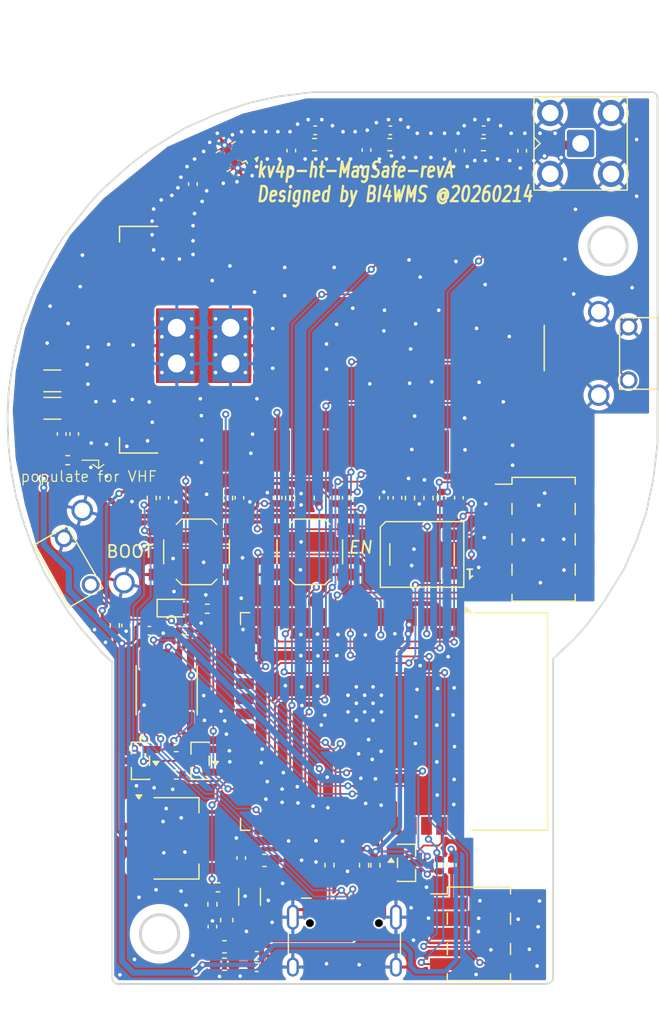
<source format=kicad_pcb>
(kicad_pcb (version 20241229) (generator "pcbnew") (generator_version "9.0")
  (title_block (title "kv4p ht MagSafe version") (date "2026-02-14") (rev "revA") (company "BI4WMS Labs") (comment 1 "Designed by BI4WMS | Open Source Hardware"))
  (layers (0 "F.Cu" signal "Top Layer") (2 "B.Cu" signal "Bottom Layer") (13 "F.Paste" user "Top Paste") (15 "B.Paste" user "Bottom Paste") (5 "F.SilkS" user "Top Overlay") (7 "B.SilkS" user "Bottom Overlay") (1 "F.Mask" user "Top Solder") (3 "B.Mask" user "Bottom Solder") (25 "Edge.Cuts" user))
  (net 0 "")
  (net 1 "GND")
  (net 2 "Net-(C1-Pad2)")
  (net 3 "+5V")
  (net 4 "Net-(C29-Pad2)")
  (net 5 "Net-(FL1-IN)")
  (net 6 "Net-(U1-ANT)")
  (net 7 "Net-(FL1-OUT)")
  (net 8 "Net-(U5-IO25)")
  (net 9 "Net-(C9-Pad1)")
  (net 10 "/Radio AF Out")
  (net 11 "Net-(U5-IO34)")
  (net 12 "/PTT Button Right")
  (net 13 "+3.3V")
  (net 14 "VBUS")
  (net 15 "/Enable{slash}~{Reset}")
  (net 16 "/GPIO0{slash}~{Program}")
  (net 17 "/Radio Mic In")
  (net 18 "/PTT Button Left")
  (net 19 "Net-(D1-A)")
  (net 20 "Net-(J2-Pin_1)")
  (net 21 "Net-(J3-Pin_1)")
  (net 22 "/GPIO32")
  (net 23 "/GPIO27")
  (net 24 "/SAO SDA")
  (net 25 "/SAO SCK")
  (net 26 "/GPIO14")
  (net 27 "/GPIO35")
  (net 28 "/GPIO15")
  (net 29 "/NeoPixel DO")
  (net 30 "/GPIO12")
  (net 31 "Net-(J5-CC1)")
  (net 32 "Net-(J5-CC2)")
  (net 33 "Net-(Q1-B)")
  (net 34 "/~{RTS}")
  (net 35 "/~{DTR}")
  (net 36 "Net-(Q2-B)")
  (net 37 "/Radio Power Hi-Z Hi{slash}~{Low}")
  (net 38 "/ADC Bias")
  (net 39 "/Stock LED")
  (net 40 "/Radio ~{PTT}")
  (net 41 "Net-(Q3-G)")
  (net 42 "/Radio ~{Power Down}")
  (net 43 "/Radio Rx")
  (net 44 "/Radio Tx")
  (net 45 "/Radio Squelch Closed{slash}~{Open}")
  (net 46 "/USB Tx")
  (net 47 "/USB Rx")
  (net 51 "/NeoPixel DI")
  (net 56 "Net-(U4-V3)")
  (net 57 "Net-(U4-UD-)")
  (net 58 "Net-(U4-UD+)")
  (net 60 "Net-(AE101-A)")
  (footprint "Capacitor_SMD:C_0402_1005Metric" (layer "F.Cu") (at 161.7 67.7 180)
    (property "Reference" "C29" (hide yes))
    (property "Value" "13pF")
  )
  (footprint "Package_TO_SOT_SMD:SOT-23" (layer "F.Cu") (at 163.0625 129.1)
    (property "Reference" "Q3" (hide yes))
    (property "Value" "AO3400A")
  )
  (footprint "Library:ESP32-WROOM-32D" (layer "F.Cu") (at 159.02 117.25 -90)
    (property "Reference" "U5" (hide yes))
    (property "Value" "ESP32-WROOM-32E-N4")
  )
  (footprint "Connector_PinHeader_2.54mm:PinHeader_2x04_P2.54mm_Vertical_SMD" (layer "F.Cu") (at 174.55 101.98)
    (property "Reference" "J3" (hide yes))
    (property "Value" "GPIO Header")
  )
  (footprint "Inductor_SMD:L_0603_1608Metric" (layer "F.Cu") (at 169.5 68.9 180)
    (property "Reference" "L3" (hide yes))
    (property "Value" "43nH")
  )
  (footprint "Package_TO_SOT_SMD:SOT-23" (layer "F.Cu") (at 145.75 120.55 180)
    (property "Reference" "Q2" (hide yes))
    (property "Value" "SS8050")
  )
  (footprint "Capacitor_SMD:C_0402_1005Metric" (layer "F.Cu") (at 167.55 69.4 90)
    (property "Reference" "C1" (hide yes))
    (property "Value" "18pF")
  )
  (footprint "Resistor_SMD:R_0402_1005Metric" (layer "F.Cu") (at 134.65 95.35)
    (property "Reference" "R22" (hide yes))
    (property "Value" "0R")
  )
  (footprint "Resistor_SMD:R_0402_1005Metric" (layer "F.Cu") (at 141.7 98.52 -90)
    (property "Reference" "R13" (hide yes))
    (property "Value" "10K")
  )
  (footprint "Capacitor_SMD:C_0402_1005Metric" (layer "F.Cu") (at 150.5 136.9 180)
    (property "Reference" "C15" (hide yes))
    (property "Value" "100pF")
  )
  (footprint "Connector_USB:USB_C_Receptacle_HCTL_HC-TYPE-C-16P-01A" (layer "F.Cu") (at 157.85 136.76)
    (property "Reference" "J5" (hide yes))
    (property "Value" "USB-C Socket")
  )
  (footprint "Capacitor_SMD:C_0402_1005Metric" (layer "F.Cu") (at 146.7875 134.45 90)
    (property "Reference" "C18" (hide yes))
    (property "Value" "100nF")
  )
  (footprint "Capacitor_SMD:C_0402_1005Metric" (layer "F.Cu") (at 135.2 93.15 -90)
    (property "Reference" "C7" (hide yes))
    (property "Value" "100nF")
  )
  (footprint "Capacitor_SMD:C_0402_1005Metric" (layer "F.Cu") (at 149.2 128.7 90)
    (property "Reference" "C38" (hide yes))
    (property "Value" "2.2nF")
  )
  (footprint "Capacitor_SMD:C_0402_1005Metric" (layer "F.Cu") (at 169.53 67.7 180)
    (property "Reference" "C27" (hide yes))
    (property "Value" "2.7pF")
  )
  (footprint "Resistor_SMD:R_0402_1005Metric" (layer "F.Cu") (at 138.6 109.2 90)
    (property "Reference" "R15" (hide yes))
    (property "Value" "10K")
  )
  (footprint "Capacitor_SMD:C_1206_3216Metric" (layer "F.Cu") (at 133.375 91 180)
    (property "Reference" "C40" (hide yes))
    (property "Value" "100uF 6.3v")
  )
  (footprint "Capacitor_SMD:C_0402_1005Metric" (layer "F.Cu") (at 149.05 98.5 -90)
    (property "Reference" "C28" (hide yes))
    (property "Value" "2.2nF")
  )
  (footprint "Capacitor_SMD:C_0402_1005Metric" (layer "F.Cu") (at 159.7 69.35 90)
    (property "Reference" "C4" (hide yes))
    (property "Value" "16pF")
  )
  (footprint "Capacitor_SMD:C_0402_1005Metric" (layer "F.Cu") (at 158.05 98.5 -90)
    (property "Reference" "C23" (hide yes))
    (property "Value" "2.2nF")
  )
  (footprint "Capacitor_SMD:C_0603_1608Metric" (layer "F.Cu") (at 151.15 128.9 180)
    (property "Reference" "C14" (hide yes))
    (property "Value" "10uF")
  )
  (footprint "Package_TO_SOT_SMD:SOT-23" (layer "F.Cu") (at 140.75 120.55 180)
    (property "Reference" "Q1" (hide yes))
    (property "Value" "SS8050")
  )
  (footprint "Capacitor_SMD:C_0402_1005Metric" (layer "F.Cu") (at 142.75 98.5 90)
    (property "Reference" "C22" (hide yes))
    (property "Value" "2.2nF")
  )
  (footprint "Capacitor_SMD:C_0402_1005Metric" (layer "F.Cu") (at 167.45 98.5 90)
    (property "Reference" "F2" (hide yes))
    (property "Value" "100mA")
  )
  (footprint "Inductor_SMD:L_0603_1608Metric" (layer "F.Cu") (at 147.8 137.6 180)
    (property "Reference" "FB1" (hide yes))
    (property "Value" "Ferrite Bead, 1A")
  )
  (footprint "Button_Switch_SMD:SW_SPST_TL3342" (layer "F.Cu") (at 154.95 103.035)
    (property "Reference" "SW3" (hide yes))
    (property "Value" "Reset")
  )
  (footprint "LED_SMD:LED_WS2812B_PLCC4_5.0x5.0mm_P3.2mm" (layer "F.Cu") (at 164.36 103.25 180)
    (property "Reference" "D2" (hide yes))
    (property "Value" "WS2812B")
  )
  (footprint "Resistor_SMD:R_0402_1005Metric" (layer "F.Cu") (at 164.9 98.52 -90)
    (property "Reference" "R3" (hide yes))
    (property "Value" "10K")
  )
  (footprint "Capacitor_SMD:C_0603_1608Metric" (layer "F.Cu") (at 147.9875 133.9 -90)
    (property "Reference" "C20" (hide yes))
    (property "Value" "10uF")
  )
  (footprint "Capacitor_SMD:C_1206_3216Metric" (layer "F.Cu") (at 133.365 88.7 180)
    (property "Reference" "C2" (hide yes))
    (property "Value" "100uF 6.3v")
  )
  (footprint "Resistor_SMD:R_0402_1005Metric" (layer "F.Cu") (at 165.75 129.3 90)
    (property "Reference" "R20" (hide yes))
    (property "Value" "1.2K")
  )
  (footprint "Package_SO:SSOP-10-1EP_3.9x4.9mm_P1mm_EP2.1x3.3mm" (layer "F.Cu") (at 142.95 114.6375 90)
    (property "Reference" "U4" (hide yes))
    (property "Value" "CH340K")
  )
  (footprint "Resistor_SMD:R_0402_1005Metric" (layer "F.Cu") (at 147.25 131.15)
    (property "Reference" "R21" (hide yes))
    (property "Value" "100K")
  )
  (footprint "Capacitor_SMD:C_0402_1005Metric" (layer "F.Cu") (at 134.15 93.15 -90)
    (property "Reference" "C3" (hide yes))
    (property "Value" "2.2nF")
  )
  (footprint "Capacitor_SMD:C_0402_1005Metric" (layer "F.Cu") (at 152.25 98.5 90)
    (property "Reference" "C21" (hide yes))
    (property "Value" "2.2nF")
  )
  (footprint "Resistor_SMD:R_0402_1005Metric" (layer "F.Cu") (at 160.45 129.3 -90)
    (property "Reference" "R19" (hide yes))
    (property "Value" "1.2K")
  )
  (footprint "Capacitor_SMD:C_0402_1005Metric" (layer "F.Cu") (at 144.45 109.65)
    (property "Reference" "C26" (hide yes))
    (property "Value" "100nF")
  )
  (footprint "LED_SMD:LED_0603_1608Metric" (layer "F.Cu") (at 143.6375 107.75)
    (property "Reference" "D1" (hide yes))
    (property "Value" "RED")
  )
  (footprint "Capacitor_SMD:C_0402_1005Metric" (layer "F.Cu") (at 139.55 109.2 -90)
    (property "Reference" "C12" (hide yes))
    (property "Value" "2.2nF")
  )
  (footprint "Resistor_SMD:R_0402_1005Metric" (layer "F.Cu") (at 146.7875 132.575 90)
    (property "Reference" "R16" (hide yes))
    (property "Value" "100K")
  )
  (footprint "Capacitor_SMD:C_0402_1005Metric" (layer "F.Cu") (at 161.15 98.5 90)
    (property "Reference" "C11" (hide yes))
    (property "Value" "100nF")
  )
  (footprint "Capacitor_SMD:C_0402_1005Metric" (layer "F.Cu") (at 162.3 98.5 90)
    (property "Reference" "C9" (hide yes))
    (property "Value" "1uF")
  )
  (footprint "Resistor_SMD:R_0402_1005Metric" (layer "F.Cu") (at 153.3 98.52 -90)
    (property "Reference" "R9" (hide yes))
    (property "Value" "10K")
  )
  (footprint "kv4p-ht:DORJI_DRA818V" (layer "F.Cu") (at 156.8 85.25 180)
    (property "Reference" "U1" (hide yes))
    (property "Value" "DRA/SA818")
  )
  (footprint "Inductor_SMD:L_0603_1608Metric" (layer "F.Cu") (at 161.65 68.9 180)
    (property "Reference" "L2" (hide yes))
    (property "Value" "30nH")
  )
  (footprint "Inductor_SMD:L_0603_1608Metric" (layer "F.Cu") (at 155.35 68.9 180)
    (property "Reference" "L1" (hide yes))
    (property "Value" "27nH")
  )
  (footprint "Capacitor_SMD:C_1206_3216Metric" (layer "F.Cu") (at 149.9 131.95 -90)
    (property "Reference" "C16" (hide yes))
    (property "Value" "100uF 6.3v")
  )
  (footprint "Resistor_SMD:R_0402_1005Metric" (layer "F.Cu") (at 159.5 129.3 90)
    (property "Reference" "R7" (hide yes))
    (property "Value" "5.1K")
  )
  (footprint "Capacitor_SMD:C_0402_1005Metric" (layer "F.Cu") (at 155.4 67.7 180)
    (property "Reference" "C31" (hide yes))
    (property "Value" "11pF")
  )
  (footprint "Resistor_SMD:R_0402_1005Metric" (layer "F.Cu") (at 156.6 129.3 90)
    (property "Reference" "R8" (hide yes))
    (property "Value" "5.1K")
  )
  (footprint "Connector_PinHeader_2.54mm:PinHeader_2x03_P2.54mm_Vertical_SMD" (layer "F.Cu") (at 169.125 135.05)
    (property "Reference" "J2" (hide yes))
    (property "Value" "SAO v.69bis")
  )
  (footprint "Capacitor_SMD:C_0402_1005Metric" (layer "F.Cu") (at 150.5 137.85 180)
    (property "Reference" "C25" (hide yes))
    (property "Value" "100pF")
  )
  (footprint "Filter:Filter_Mini-Circuits_FV1206" (layer "F.Cu") (at 148.35 69.9 -150)
    (property "Reference" "FL1" (hide yes))
    (property "Value" "LFCN-490+")
  )
  (footprint "Capacitor_SMD:C_0402_1005Metric" (layer "F.Cu") (at 172.75 69.42 90)
    (property "Reference" "C5" (hide yes))
    (property "Value" "10pF")
  )
  (footprint "Resistor_SMD:R_0402_1005Metric" (layer "F.Cu") (at 146.35 107.8 180)
    (property "Reference" "R18" (hide yes))
    (property "Value" "1.2K")
  )
  (footprint "Resistor_SMD:R_0402_1005Metric" (layer "F.Cu") (at 148.1 98.52 90)
    (property "Reference" "R5" (hide yes))
    (property "Value" "10K")
  )
  (footprint "Package_TO_SOT_SMD:SOT-223-3_TabPin2" (layer "F.Cu") (at 143.75 127.05)
    (property "Reference" "U2" (hide yes))
    (property "Value" "AZ1117H-3.3TRG1")
  )
  (footprint "Capacitor_SMD:C_0603_1608Metric" (layer "F.Cu") (at 147.8 136.14 180)
    (property "Reference" "C19" (hide yes))
    (property "Value" "10uF")
  )
  (footprint "Resistor_SMD:R_0402_1005Metric" (layer "F.Cu") (at 143.75 119.4)
    (property "Reference" "R11" (hide yes))
    (property "Value" "10K")
  )
  (footprint "Connector_Coaxial:SMA_BAT_Wireless_BWSMA-KWE-Z001" (layer "F.Cu") (at 177.65 68.8)
    (property "Reference" "AE101" (hide yes))
    (property "Value" "Antenna_Shield")
  )
  (footprint "Capacitor_SMD:C_0402_1005Metric" (layer "F.Cu") (at 157.05 98.5 90)
    (property "Reference" "C10" (hide yes))
    (property "Value" "1uF")
  )
  (footprint "Resistor_SMD:R_0402_1005Metric" (layer "F.Cu") (at 163.35 98.52 90)
    (property "Reference" "R2" (hide yes))
    (property "Value" "10K")
  )
  (footprint "Capacitor_SMD:C_0402_1005Metric" (layer "F.Cu") (at 145.15 72.2 -90)
    (property "Reference" "C8" (hide yes))
    (property "Value" "2.2nF")
  )
  (footprint "Capacitor_SMD:C_0402_1005Metric" (layer "F.Cu") (at 153.4 69.4 90)
    (property "Reference" "C6" (hide yes))
    (property "Value" "5.1pF")
  )
  (footprint "Button_Switch_SMD:SW_SPST_TL3342" (layer "F.Cu") (at 145.45 103.035)
    (property "Reference" "SW4" (hide yes))
    (property "Value" "Program")
  )
  (footprint "kv4p-ht:SW-Push-SPST-Horizontal-C782857" (layer "F.Cu") (at 134.33 101.887949 -60)
    (property "Reference" "SW1" (hide yes))
    (property "Value" "PTT" (hide yes))
  )
  (footprint "Capacitor_SMD:C_0402_1005Metric" (layer "F.Cu") (at 141.5 109.65)
    (property "Reference" "C17" (hide yes))
    (property "Value" "100nF")
  )
  (footprint "Capacitor_SMD:C_0402_1005Metric" (layer "F.Cu") (at 166.85 129.28 -90)
    (property "Reference" "F1" (hide yes))
    (property "Value" "100mA")
  )
  (footprint "kv4p-ht:SW-Push-SPST-Horizontal-C782857" (layer "F.Cu") (at 181.67 88.65 90)
    (property "Reference" "SW2" (hide yes))
    (property "Value" "PTT" (hide yes))
  )
  (footprint "Resistor_SMD:R_0402_1005Metric" (layer "F.Cu") (at 143.76 121.7 180)
    (property "Reference" "R10" (hide yes))
    (property "Value" "10K")
  )
  (footprint "Resistor_SMD:R_0402_1005Metric" (layer "F.Cu") (at 155.7 98.52 90)
    (property "Reference" "R1" (hide yes))
    (property "Value" "100K")
  )
  (footprint "Capacitor_SMD:C_0402_1005Metric" (layer "F.Cu") (at 166 98.5 -90)
    (property "Reference" "C24" (hide yes))
    (property "Value" "2.2nF")
  )
  (gr_line (start 137.25 96.05) (end 137.69 95.7) (stroke (width 0.1)) (layer "F.SilkS"))
  (gr_line (start 137.25 96.05) (end 136.75 95.7) (stroke (width 0.1)) (layer "F.SilkS"))
  (gr_line (start 135.85 95.35) (end 137.25 95.35) (stroke (width 0.1)) (layer "F.SilkS"))
  (gr_line (start 136.75 95.7) (end 137.25 96.05) (stroke (width 0.1)) (layer "F.SilkS"))
  (gr_line (start 137.25 95.35) (end 137.25 96.05) (stroke (width 0.1)) (layer "F.SilkS"))
  (gr_circle (center 179.95 77.4) (end 181.55 77.4) (stroke (width 0.254)) (fill no) (layer "Edge.Cuts"))
  (gr_circle (center 142.35 135.05) (end 143.95 135.05) (stroke (width 0.254)) (fill no) (layer "Edge.Cuts"))
  (gr_poly (pts (xy 174.85 139.25) (xy 175.1 139.15) (xy 175.3 138.95) (xy 175.35 138.75) (xy 175.35 112) (xy 177.2 110.25) (xy 178.25 109.05) (xy 179.65 107.15) (xy 181.3 104.45) (xy 182.3 102.2) (xy 183.15 99.75) (xy 183.75 96.9) (xy 184.1 93.9) (xy 184.1 65) (xy 184.05 64.75) (xy 183.9 64.6) (xy 183.7 64.5) (xy 155.15 64.5) (xy 152.35 64.85) (xy 149.85 65.4) (xy 147.1 66.35) (xy 144.5 67.5) (xy 141.55 69.3) (xy 139.85 70.6) (xy 137.4 72.8) (xy 136.3 74.05) (xy 134.25 76.7) (xy 133.45 78) (xy 131.9 81.05) (xy 130.95 83.55) (xy 130.25 86.05) (xy 130 87.55) (xy 129.7 89.6) (xy 129.65 90.8) (xy 129.6 91.75) (xy 129.7 94.3) (xy 129.95 96.45) (xy 130.3 98.3) (xy 130.8 100.1) (xy 131.35 101.7) (xy 131.85 102.95) (xy 132.75 104.9) (xy 134.55 107.85) (xy 135.75 109.45) (xy 137.65 111.6) (xy 138.4 112.3) (xy 138.4 138.85) (xy 138.5 139.05) (xy 138.7 139.25)) (stroke (width 0.1524)) (fill no) (layer "Edge.Cuts"))
  (gr_circle (center 154.96 134.15) (end 155.24 134.35) (stroke (width 0.05)) (fill no) (layer "Edge.Cuts"))
  (gr_circle (center 160.75 134.15) (end 160.97 134.41) (stroke (width 0.05)) (fill no) (layer "Edge.Cuts"))
  (gr_text "EN" (at 158.1 103.25 0) (layer "F.SilkS") (effects (font (size 1.016 1.016) (thickness 0.1524) (italic yes)) (justify left bottom)))
  (gr_text "BOOT" (at 137.8 103.6 0) (layer "F.SilkS") (effects (font (size 1.016 1.016) (thickness 0.1524)) (justify left bottom)))
  (gr_text "populate for VHF" (at 130.64 97.24 0) (layer "F.SilkS") (effects (font (size 0.889 0.889) (thickness 0.1016)) (justify left bottom)))
  (gr_text "kv4p-ht-MagSafe-revA\nDesigned by BI4WMS @20260214" (at 150.4 73.8 0) (layer "F.SilkS") (effects (font (size 1.27 0.9144) (thickness 0.2032) (bold yes) (italic yes)) (justify left bottom)))
  (segment (start 149.79 98.98) (end 149.93 98.84) (width 0.1524) (layer "F.Cu") (net 1))
  (segment (start 149.05 98.98) (end 149.79 98.98) (width 0.1524) (layer "F.Cu") (net 1))
  (segment (start 161.15 98.02) (end 161.15 97.88) (width 0.254) (layer "F.Cu") (net 1))
  (via (at 156.46 124.48) (size 0.6096) (drill 0.3048) (layers "F.Cu" "B.Cu") (net 1))
  (via (at 141.859 77.724) (size 0.6096) (drill 0.3048) (layers "F.Cu" "B.Cu") (net 1))
  (via (at 176.24 101.97) (size 0.6096) (drill 0.3048) (layers "F.Cu" "B.Cu") (net 1))
  (via (at 167.05 114.43) (size 0.6096) (drill 0.3048) (layers "F.Cu" "B.Cu") (net 1))
  (via (at 163.27 78.56) (size 0.6096) (drill 0.3048) (layers "F.Cu" "B.Cu") (net 1))
  (via (at 171.704 70.231) (size 0.6096) (drill 0.3048) (layers "F.Cu" "B.Cu") (net 1))
  (via (at 148.25 79.07) (size 0.6096) (drill 0.3048) (layers "F.Cu" "B.Cu") (net 1))
  (via (at 176.26 104.56) (size 0.6096) (drill 0.3048) (layers "F.Cu" "B.Cu") (net 1))
  (via (at 158.369 70.104) (size 0.6096) (drill 0.3048) (layers "F.Cu" "B.Cu") (net 1))
  (via (at 150.01 94.77) (size 0.6096) (drill 0.3048) (layers "F.Cu" "B.Cu") (net 1))
  (via (at 146.558 68.707) (size 0.6096) (drill 0.3048) (layers "F.Cu" "B.Cu") (net 1))
  (via (at 156.337 70.104) (size 0.6096) (drill 0.3048) (layers "F.Cu" "B.Cu") (net 1))
  (via (at 174.48 102.02) (size 0.6096) (drill 0.3048) (layers "F.Cu" "B.Cu") (net 1))
  (via (at 159.63 124.12) (size 0.6096) (drill 0.3048) (layers "F.Cu" "B.Cu") (net 1))
  (via (at 169.672 70.231) (size 0.6096) (drill 0.3048) (layers "F.Cu" "B.Cu") (net 1))
  (via (at 147.51 116.38) (size 0.6096) (drill 0.3048) (layers "F.Cu" "B.Cu") (net 1))
  (via (at 159.04 119.96) (size 0.6096) (drill 0.3048) (layers "F.Cu" "B.Cu") (net 1))
  (via (at 167.96 94.48) (size 0.6096) (drill 0.3048) (layers "F.Cu" "B.Cu") (net 1))
  (via (at 161.15 98.02) (size 0.6096) (drill 0.3048) (layers "F.Cu" "B.Cu") (net 1))
  (via (at 148.24 120.63) (size 0.6096) (drill 0.3048) (layers "F.Cu" "B.Cu") (net 1))
  (via (at 157.7 127.29) (size 0.6096) (drill 0.3048) (layers "F.Cu" "B.Cu") (net 1))
  (via (at 165.1 67.945) (size 0.6096) (drill 0.3048) (layers "F.Cu" "B.Cu") (net 1))
  (via (at 154.27 114.35) (size 0.6096) (drill 0.3048) (layers "F.Cu" "B.Cu") (net 1))
  (via (at 143.891 72.517) (size 0.6096) (drill 0.3048) (layers "F.Cu" "B.Cu") (net 1))
  (via (at 154.22 99.1) (size 0.6096) (drill 0.3048) (layers "F.Cu" "B.Cu") (net 1))
  (via (at 170.13 136.39) (size 0.6096) (drill 0.3048) (layers "F.Cu" "B.Cu") (net 1))
  (via (at 159.09 137.64) (size 0.6096) (drill 0.3048) (layers "F.Cu" "B.Cu") (net 1))
  (via (at 170.942 67.31) (size 0.6096) (drill 0.3048) (layers "F.Cu" "B.Cu") (net 1))
  (via (at 148.21 119.71) (size 0.6096) (drill 0.3048) (layers "F.Cu" "B.Cu") (net 1))
  (via (at 169.65 80.63) (size 0.6096) (drill 0.3048) (layers "F.Cu" "B.Cu") (net 1))
  (via (at 162.08 109.9) (size 0.6096) (drill 0.3048) (layers "F.Cu" "B.Cu") (net 1))
  (via (at 169.926 66.802) (size 0.6096) (drill 0.3048) (layers "F.Cu" "B.Cu") (net 1))
  (via (at 161.21 82.78) (size 0.6096) (drill 0.3048) (layers "F.Cu" "B.Cu") (net 1))
  (via (at 137.89 96.7) (size 0.6096) (drill 0.3048) (layers "F.Cu" "B.Cu") (net 1))
  (via (at 155.63 111.75) (size 0.6096) (drill 0.3048) (layers "F.Cu" "B.Cu") (net 1))
  (via (at 160.782 70.104) (size 0.6096) (drill 0.3048) (layers "F.Cu" "B.Cu") (net 1))
  (via (at 157.734 67.818) (size 0.6096) (drill 0.3048) (layers "F.Cu" "B.Cu") (net 1))
  (via (at 155.956 66.802) (size 0.6096) (drill 0.3048) (layers "F.Cu" "B.Cu") (net 1))
  (via (at 160.401 70.739) (size 0.6096) (drill 0.3048) (layers "F.Cu" "B.Cu") (net 1))
  (via (at 142.65 125.64) (size 0.6096) (drill 0.3048) (layers "F.Cu" "B.Cu") (net 1))
  (via (at 151.39 98.07) (size 0.6096) (drill 0.3048) (layers "F.Cu" "B.Cu") (net 1))
  (via (at 167.05 122.11) (size 0.6096) (drill 0.3048) (layers "F.Cu" "B.Cu") (net 1))
  (via (at 163.49 104.18) (size 0.6096) (drill 0.3048) (layers "F.Cu" "B.Cu") (net 1))
  (via (at 154.29 115.91) (size 0.6096) (drill 0.3048) (layers "F.Cu" "B.Cu") (net 1))
  (via (at 160.45 122.06) (size 0.6096) (drill 0.3048) (layers "F.Cu" "B.Cu") (net 1))
  (via (at 182.35 68.47) (size 0.6096) (drill 0.3048) (layers "F.Cu" "B.Cu") (net 1))
  (via (at 157.2 83.96) (size 0.6096) (drill 0.3048) (layers "F.Cu" "B.Cu") (net 1))
  (via (at 149.11 138.6) (size 0.6096) (drill 0.3048) (layers "F.Cu" "B.Cu") (net 1))
  (via (at 142.66 109.85) (size 0.6096) (drill 0.3048) (layers "F.Cu" "B.Cu") (net 1))
  (via (at 149.2 106.92) (size 0.6096) (drill 0.3048) (layers "F.Cu" "B.Cu") (net 1))
  (via (at 166.243 67.945) (size 0.6096) (drill 0.3048) (layers "F.Cu" "B.Cu") (net 1))
  (via (at 148.844 72.009) (size 0.6096) (drill 0.3048) (layers "F.Cu" "B.Cu") (net 1))
  (via (at 141.732 76.454) (size 0.6096) (drill 0.3048) (layers "F.Cu" "B.Cu") (net 1))
  (via (at 144.018 78.486) (size 0.6096) (drill 0.3048) (layers "F.Cu" "B.Cu") (net 1))
  (via (at 157.21 111.73) (size 0.6096) (drill 0.3048) (layers "F.Cu" "B.Cu") (net 1))
  (via (at 158.55 82.61) (size 0.6096) (drill 0.3048) (layers "F.Cu" "B.Cu") (net 1))
  (via (at 174.244 67.945) (size 0.6096) (drill 0.3048) (layers "F.Cu" "B.Cu") (net 1))
  (via (at 151.84 84.31) (size 0.6096) (drill 0.3048) (layers "F.Cu" "B.Cu") (net 1))
  (via (at 140.42 122.64) (size 0.6096) (drill 0.3048) (layers "F.Cu" "B.Cu") (net 1))
  (via (at 170.688 70.104) (size 0.6096) (drill 0.3048) (layers "F.Cu" "B.Cu") (net 1))
  (via (at 164.2 80) (size 0.6096) (drill 0.3048) (layers "F.Cu" "B.Cu") (net 1))
  (via (at 150.32 81.26) (size 0.6096) (drill 0.3048) (layers "F.Cu" "B.Cu") (net 1))
  (via (at 172.593 70.866) (size 0.6096) (drill 0.3048) (layers "F.Cu" "B.Cu") (net 1))
  (via (at 159.23 122.01) (size 0.6096) (drill 0.3048) (layers "F.Cu" "B.Cu") (net 1))
  (via (at 143.46 122.94) (size 0.6096) (drill 0.3048) (layers "F.Cu" "B.Cu") (net 1))
  (via (at 164.73 131.14) (size 0.6096) (drill 0.3048) (layers "F.Cu" "B.Cu") (net 1))
  (via (at 143.49 103.59) (size 0.6096) (drill 0.3048) (layers "F.Cu" "B.Cu") (net 1))
  (via (at 143.56 106.36) (size 0.6096) (drill 0.3048) (layers "F.Cu" "B.Cu") (net 1))
  (via (at 166.243 70.104) (size 0.6096) (drill 0.3048) (layers "F.Cu" "B.Cu") (net 1))
  (via (at 174.21 132.3) (size 0.6096) (drill 0.3048) (layers "F.Cu" "B.Cu") (net 1))
  (via (at 159.258 70.739) (size 0.6096) (drill 0.3048) (layers "F.Cu" "B.Cu") (net 1))
  (via (at 156.41 121.92) (size 0.6096) (drill 0.3048) (layers "F.Cu" "B.Cu") (net 1))
  (via (at 154.22 102.2) (size 0.6096) (drill 0.3048) (layers "F.Cu" "B.Cu") (net 1))
  (via (at 176.35 78.5) (size 0.6096) (drill 0.3048) (layers "F.Cu" "B.Cu") (net 1))
  (via (at 165.1 69.977) (size 0.6096) (drill 0.3048) (layers "F.Cu" "B.Cu") (net 1))
  (via (at 152.63 124.03) (size 0.6096) (drill 0.3048) (layers "F.Cu" "B.Cu") (net 1))
  (via (at 165.6 117.56) (size 0.6096) (drill 0.3048) (layers "F.Cu" "B.Cu") (net 1))
  (via (at 152.73 121.54) (size 0.6096) (drill 0.3048) (layers "F.Cu" "B.Cu") (net 1))
  (via (at 154.813 66.802) (size 0.6096) (drill 0.3048) (layers "F.Cu" "B.Cu") (net 1))
  (via (at 176.022 69.977) (size 0.6096) (drill 0.3048) (layers "F.Cu" "B.Cu") (net 1))
  (via (at 150.96 119.57) (size 0.6096) (drill 0.3048) (layers "F.Cu" "B.Cu") (net 1))
  (via (at 142.91 124.55) (size 0.6096) (drill 0.3048) (layers "F.Cu" "B.Cu") (net 1))
  (via (at 159.766 67.691) (size 0.6096) (drill 0.3048) (layers "F.Cu" "B.Cu") (net 1))
  (via (at 145.161 76.962) (size 0.6096) (drill 0.3048) (layers "F.Cu" "B.Cu") (net 1))
  (via (at 163.82 83.92) (size 0.6096) (drill 0.3048) (layers "F.Cu" "B.Cu") (net 1))
  (via (at 154.2 111.73) (size 0.6096) (drill 0.3048) (layers "F.Cu" "B.Cu") (net 1))
  (via (at 142.621 78.486) (size 0.6096) (drill 0.3048) (layers "F.Cu" "B.Cu") (net 1))
  (via (at 147.193 67.945) (size 0.6096) (drill 0.3048) (layers "F.Cu" "B.Cu") (net 1))
  (via (at 150.241 67.818) (size 0.6096) (drill 0.3048) (layers "F.Cu" "B.Cu") (net 1))
  (via (at 156.845 67.31) (size 0.6096) (drill 0.3048) (layers "F.Cu" "B.Cu") (net 1))
  (via (at 171.17 90.46) (size 0.6096) (drill 0.3048) (layers "F.Cu" "B.Cu") (net 1))
  (via (at 136.63 93.91) (size 0.6096) (drill 0.3048) (layers "F.Cu" "B.Cu") (net 1))
  (via (at 147.38 138.62) (size 0.6096) (drill 0.3048) (layers "F.Cu" "B.Cu") (net 1))
  (via (at 160.93 119.75) (size 0.6096) (drill 0.3048) (layers "F.Cu" "B.Cu") (net 1))
  (via (at 141.732 75.311) (size 0.6096) (drill 0.3048) (layers "F.Cu" "B.Cu") (net 1))
  (via (at 144.16 131.47) (size 0.6096) (drill 0.3048) (layers "F.Cu" "B.Cu") (net 1))
  (via (at 168.783 66.802) (size 0.6096) (drill 0.3048) (layers "F.Cu" "B.Cu") (net 1))
  (via (at 153.17 127.27) (size 0.6096) (drill 0.3048) (layers "F.Cu" "B.Cu") (net 1))
  (via (at 151.79 134.09) (size 0.6096) (drill 0.3048) (layers "F.Cu" "B.Cu") (net 1))
  (via (at 151.84 87.64) (size 0.6096) (drill 0.3048) (layers "F.Cu" "B.Cu") (net 1))
  (via (at 150.495 70.739) (size 0.6096) (drill 0.3048) (layers "F.Cu" "B.Cu") (net 1))
  (via (at 145.77 90.2) (size 0.6096) (drill 0.3048) (layers "F.Cu" "B.Cu") (net 1))
  (via (at 146.12 117.16) (size 0.6096) (drill 0.3048) (layers "F.Cu" "B.Cu") (net 1))
  (via (at 163.23 96.88) (size 0.6096) (drill 0.3048) (layers "F.Cu" "B.Cu") (net 1))
  (via (at 147.96 118.31) (size 0.6096) (drill 0.3048) (layers "F.Cu" "B.Cu") (net 1))
  (via (at 161.544 66.802) (size 0.6096) (drill 0.3048) (layers "F.Cu" "B.Cu") (net 1))
  (via (at 172.974 67.945) (size 0.6096) (drill 0.3048) (layers "F.Cu" "B.Cu") (net 1))
  (via (at 175.514 67.945) (size 0.6096) (drill 0.3048) (layers "F.Cu" "B.Cu") (net 1))
  (via (at 171.67 84.98) (size 0.6096) (drill 0.3048) (layers "F.Cu" "B.Cu") (net 1))
  (via (at 143.73 98.85) (size 0.6096) (drill 0.3048) (layers "F.Cu" "B.Cu") (net 1))
  (via (at 174.15 99.13) (size 0.6096) (drill 0.3048) (layers "F.Cu" "B.Cu") (net 1))
  (via (at 167.894 67.31) (size 0.6096) (drill 0.3048) (layers "F.Cu" "B.Cu") (net 1))
  (via (at 139.55 109.68) (size 0.6096) (drill 0.3048) (layers "F.Cu" "B.Cu") (net 1))
  (via (at 143.383 73.152) (size 0.6096) (drill 0.3048) (layers "F.Cu" "B.Cu") (net 1))
  (via (at 150.52 90.2) (size 0.6096) (drill 0.3048) (layers "F.Cu" "B.Cu") (net 1))
  (via (at 144.653 70.739) (size 0.6096) (drill 0.3048) (layers "F.Cu" "B.Cu") (net 1))
  (via (at 164.13 99.02) (size 0.6096) (drill 0.3048) (layers "F.Cu" "B.Cu") (net 1))
  (via (at 164.9 133.74) (size 0.6096) (drill 0.3048) (layers "F.Cu" "B.Cu") (net 1))
  (via (at 136.35 88.98) (size 0.6096) (drill 0.3048) (layers "F.Cu" "B.Cu") (net 1))
  (via (at 169.7 99.01) (size 0.6096) (drill 0.3048) (layers "F.Cu" "B.Cu") (net 1))
  (via (at 141.49 90.47) (size 0.6096) (drill 0.3048) (layers "F.Cu" "B.Cu") (net 1))
  (via (at 155.6 109.93) (size 0.6096) (drill 0.3048) (layers "F.Cu" "B.Cu") (net 1))
  (via (at 153.289 67.818) (size 0.6096) (drill 0.3048) (layers "F.Cu" "B.Cu") (net 1))
  (via (at 136.35 85.87) (size 0.6096) (drill 0.3048) (layers "F.Cu" "B.Cu") (net 1))
  (via (at 174.09 134.46) (size 0.6096) (drill 0.3048) (layers "F.Cu" "B.Cu") (net 1))
  (via (at 133.18 82.44) (size 0.6096) (drill 0.3048) (layers "F.Cu" "B.Cu") (net 1))
  (via (at 164.2 112.57) (size 0.6096) (drill 0.3048) (layers "F.Cu" "B.Cu") (net 1))
  (via (at 158.75 67.818) (size 0.6096) (drill 0.3048) (layers "F.Cu" "B.Cu") (net 1))
  (via (at 168.89 138.46) (size 0.6096) (drill 0.3048) (layers "F.Cu" "B.Cu") (net 1))
  (via (at 157.32 109.96) (size 0.6096) (drill 0.3048) (layers "F.Cu" "B.Cu") (net 1))
  (via (at 155.91 117.55) (size 0.6096) (drill 0.3048) (layers "F.Cu" "B.Cu") (net 1))
  (via (at 167.93 91.82) (size 0.6096) (drill 0.3048) (layers "F.Cu" "B.Cu") (net 1))
  (via (at 153.924 67.183) (size 0.6096) (drill 0.3048) (layers "F.Cu" "B.Cu") (net 1))
  (via (at 146.06 115.08) (size 0.6096) (drill 0.3048) (layers "F.Cu" "B.Cu") (net 1))
  (via (at 145.9 93.67) (size 0.6096) (drill 0.3048) (layers "F.Cu" "B.Cu") (net 1))
  (via (at 149.53 131.89) (size 0.6096) (drill 0.3048) (layers "F.Cu" "B.Cu") (net 1))
  (via (at 144.48 128.2) (size 0.6096) (drill 0.3048) (layers "F.Cu" "B.Cu") (net 1))
  (via (at 167.005 70.739) (size 0.6096) (drill 0.3048) (layers "F.Cu" "B.Cu") (net 1))
  (via (at 154.22 98.15) (size 0.6096) (drill 0.3048) (layers "F.Cu" "B.Cu") (net 1))
  (via (at 145.84 109) (size 0.6096) (drill 0.3048) (layers "F.Cu" "B.Cu") (net 1))
  (via (at 141.74 92.17) (size 0.6096) (drill 0.3048) (layers "F.Cu" "B.Cu") (net 1))
  (via (at 157.353 70.104) (size 0.6096) (drill 0.3048) (layers "F.Cu" "B.Cu") (net 1))
  (via (at 152.273 67.818) (size 0.6096) (drill 0.3048) (layers "F.Cu" "B.Cu") (net 1))
  (via (at 146.304 72.771) (size 0.6096) (drill 0.3048) (layers "F.Cu" "B.Cu") (net 1))
  (via (at 163.44 132.87) (size 0.6096) (drill 0.3048) (layers "F.Cu" "B.Cu") (net 1))
  (via (at 160.18 120.43) (size 0.6096) (drill 0.3048) (layers "F.Cu" "B.Cu") (net 1))
  (via (at 181.97 80.89) (size 0.6096) (drill 0.3048) (layers "F.Cu" "B.Cu") (net 1))
  (via (at 163.5 94.45) (size 0.6096) (drill 0.3048) (layers "F.Cu" "B.Cu") (net 1))
  (via (at 151.47 132.25) (size 0.6096) (drill 0.3048) (layers "F.Cu" "B.Cu") (net 1))
  (via (at 162.56 66.802) (size 0.6096) (drill 0.3048) (layers "F.Cu" "B.Cu") (net 1))
  (via (at 145.923 73.66) (size 0.6096) (drill 0.3048) (layers "F.Cu" "B.Cu") (net 1))
  (via (at 161.16 84.51) (size 0.6096) (drill 0.3048) (layers "F.Cu" "B.Cu") (net 1))
  (via (at 136.59 95.95) (size 0.6096) (drill 0.3048) (layers "F.Cu" "B.Cu") (net 1))
  (via (at 145.86 95.54) (size 0.6096) (drill 0.3048) (layers "F.Cu" "B.Cu") (net 1))
  (via (at 163.88 116.85) (size 0.6096) (drill 0.3048) (layers "F.Cu" "B.Cu") (net 1))
  (via (at 150.15 93.17) (size 0.6096) (drill 0.3048) (layers "F.Cu" "B.Cu") (net 1))
  (via (at 164.56 97) (size 0.6096) (drill 0.3048) (layers "F.Cu" "B.Cu") (net 1))
  (via (at 171.95 95.77) (size 0.6096) (drill 0.3048) (layers "F.Cu" "B.Cu") (net 1))
  (via (at 141.06 115.88) (size 0.6096) (drill 0.3048) (layers "F.Cu" "B.Cu") (net 1))
  (via (at 138.09 85.65) (size 0.6096) (drill 0.3048) (layers "F.Cu" "B.Cu") (net 1))
  (via (at 163.8 119.1) (size 0.6096) (drill 0.3048) (layers "F.Cu" "B.Cu") (net 1))
  (via (at 145.86 91.62) (size 0.6096) (drill 0.3048) (layers "F.Cu" "B.Cu") (net 1))
  (via (at 172.42 133.83) (size 0.6096) (drill 0.3048) (layers "F.Cu" "B.Cu") (net 1))
  (via (at 148.463 68.072) (size 0.6096) (drill 0.3048) (layers "F.Cu" "B.Cu") (net 1))
  (via (at 168.783 70.231) (size 0.6096) (drill 0.3048) (layers "F.Cu" "B.Cu") (net 1))
  (via (at 163.64 135.58) (size 0.6096) (drill 0.3048) (layers "F.Cu" "B.Cu") (net 1))
  (via (at 152.67 130.82) (size 0.6096) (drill 0.3048) (layers "F.Cu" "B.Cu") (net 1))
  (via (at 169.21 132.28) (size 0.6096) (drill 0.3048) (layers "F.Cu" "B.Cu") (net 1))
  (via (at 156.22 116.72) (size 0.6096) (drill 0.3048) (layers "F.Cu" "B.Cu") (net 1))
  (via (at 150.114 71.501) (size 0.6096) (drill 0.3048) (layers "F.Cu" "B.Cu") (net 1))
  (via (at 165.66 114.49) (size 0.6096) (drill 0.3048) (layers "F.Cu" "B.Cu") (net 1))
  (via (at 141.9 122.81) (size 0.6096) (drill 0.3048) (layers "F.Cu" "B.Cu") (net 1))
  (via (at 144.17 125.33) (size 0.6096) (drill 0.3048) (layers "F.Cu" "B.Cu") (net 1))
  (via (at 151.384 70.104) (size 0.6096) (drill 0.3048) (layers "F.Cu" "B.Cu") (net 1))
  (via (at 135.89 78.16) (size 0.6096) (drill 0.3048) (layers "F.Cu" "B.Cu") (net 1))
  (via (at 145.288 70.104) (size 0.6096) (drill 0.3048) (layers "F.Cu" "B.Cu") (net 1))
  (via (at 149.225 67.818) (size 0.6096) (drill 0.3048) (layers "F.Cu" "B.Cu") (net 1))
  (via (at 173.36 136.35) (size 0.6096) (drill 0.3048) (layers "F.Cu" "B.Cu") (net 1))
  (via (at 156.35 137.56) (size 0.6096) (drill 0.3048) (layers "F.Cu" "B.Cu") (net 1))
  (via (at 149.64 134.85) (size 0.6096) (drill 0.3048) (layers "F.Cu" "B.Cu") (net 1))
  (via (at 159.6 110) (size 0.6096) (drill 0.3048) (layers "F.Cu" "B.Cu") (net 1))
  (via (at 173.736 70.231) (size 0.6096) (drill 0.3048) (layers "F.Cu" "B.Cu") (net 1))
  (via (at 147.82 117.2) (size 0.6096) (drill 0.3048) (layers "F.Cu" "B.Cu") (net 1))
  (via (at 142.494 73.533) (size 0.6096) (drill 0.3048) (layers "F.Cu" "B.Cu") (net 1))
  (via (at 145.14 136.85) (size 0.6096) (drill 0.3048) (layers "F.Cu" "B.Cu") (net 1))
  (via (at 160.93 124.27) (size 0.6096) (drill 0.3048) (layers "F.Cu" "B.Cu") (net 1))
  (via (at 146.23 106.64) (size 0.6096) (drill 0.3048) (layers "F.Cu" "B.Cu") (net 1))
  (via (at 169.11 133.75) (size 0.6096) (drill 0.3048) (layers "F.Cu" "B.Cu") (net 1))
  (via (at 167.386 67.945) (size 0.6096) (drill 0.3048) (layers "F.Cu" "B.Cu") (net 1))
  (via (at 174.01 137.75) (size 0.6096) (drill 0.3048) (layers "F.Cu" "B.Cu") (net 1))
  (via (at 158.11 129.81) (size 0.6096) (drill 0.3048) (layers "F.Cu" "B.Cu") (net 1))
  (via (at 154.16 104.54) (size 0.6096) (drill 0.3048) (layers "F.Cu" "B.Cu") (net 1))
  (via (at 146.05 69.469) (size 0.6096) (drill 0.3048) (layers "F.Cu" "B.Cu") (net 1))
  (via (at 132.93 85.53) (size 0.6096) (drill 0.3048) (layers "F.Cu" "B.Cu") (net 1))
  (via (at 145.161 75.692) (size 0.6096) (drill 0.3048) (layers "F.Cu" "B.Cu") (net 1))
  (via (at 167.2 78.69) (size 0.6096) (drill 0.3048) (layers "F.Cu" "B.Cu") (net 1))
  (via (at 140.25 137.19) (size 0.6096) (drill 0.3048) (layers "F.Cu" "B.Cu") (net 1))
  (via (at 163.195 67.437) (size 0.6096) (drill 0.3048) (layers "F.Cu" "B.Cu") (net 1))
  (via (at 135.7 80.8) (size 0.6096) (drill 0.3048) (layers "F.Cu" "B.Cu") (net 1))
  (via (at 161.798 69.85) (size 0.6096) (drill 0.3048) (layers "F.Cu" "B.Cu") (net 1))
  (via (at 140.14 85.69) (size 0.6096) (drill 0.3048) (layers "F.Cu" "B.Cu") (net 1))
  (via (at 141.35 93.73) (size 0.6096) (drill 0.3048) (layers "F.Cu" "B.Cu") (net 1))
  (via (at 151.38 122.29) (size 0.6096) (drill 0.3048) (layers "F.Cu" "B.Cu") (net 1))
  (via (at 174.64 98.11) (size 0.6096) (drill 0.3048) (layers "F.Cu" "B.Cu") (net 1))
  (via (at 145.161 78.105) (size 0.6096) (drill 0.3048) (layers "F.Cu" "B.Cu") (net 1))
  (via (at 141.859 74.295) (size 0.6096) (drill 0.3048) (layers "F.Cu" "B.Cu") (net 1))
  (via (at 139.03 138.49) (size 0.6096) (drill 0.3048) (layers "F.Cu" "B.Cu") (net 1))
  (via (at 140.07 90.26) (size 0.6096) (drill 0.3048) (layers "F.Cu" "B.Cu") (net 1))
  (via (at 152.9 114.25) (size 0.6096) (drill 0.3048) (layers "F.Cu" "B.Cu") (net 1))
  (via (at 151.27 123.76) (size 0.6096) (drill 0.3048) (layers "F.Cu" "B.Cu") (net 1))
  (via (at 154.26 128.88) (size 0.6096) (drill 0.3048) (layers "F.Cu" "B.Cu") (net 1))
  (via (at 169.09 134.87) (size 0.6096) (drill 0.3048) (layers "F.Cu" "B.Cu") (net 1))
  (via (at 166.96 116.7) (size 0.6096) (drill 0.3048) (layers "F.Cu" "B.Cu") (net 1))
  (via (at 142.71 128.26) (size 0.6096) (drill 0.3048) (layers "F.Cu" "B.Cu") (net 1))
  (via (at 145.288 74.676) (size 0.6096) (drill 0.3048) (layers "F.Cu" "B.Cu") (net 1))
  (via (at 140.63 131.99) (size 0.6096) (drill 0.3048) (layers "F.Cu" "B.Cu") (net 1))
  (via (at 146.7875 133.97) (size 0.6096) (drill 0.3048) (layers "F.Cu" "B.Cu") (net 1))
  (via (at 152.4 70.104) (size 0.6096) (drill 0.3048) (layers "F.Cu" "B.Cu") (net 1))
  (via (at 174.28 105.62) (size 0.6096) (drill 0.3048) (layers "F.Cu" "B.Cu") (net 1))
  (via (at 134.69 83.89) (size 0.6096) (drill 0.3048) (layers "F.Cu" "B.Cu") (net 1))
  (via (at 136.9 109.55) (size 0.6096) (drill 0.3048) (layers "F.Cu" "B.Cu") (net 1))
  (via (at 147.701 72.136) (size 0.6096) (drill 0.3048) (layers "F.Cu" "B.Cu") (net 1))
  (via (at 162.814 69.977) (size 0.6096) (drill 0.3048) (layers "F.Cu" "B.Cu") (net 1))
  (via (at 137.02 90.44) (size 0.6096) (drill 0.3048) (layers "F.Cu" "B.Cu") (net 1))
  (via (at 142.06 131.36) (size 0.6096) (drill 0.3048) (layers "F.Cu" "B.Cu") (net 1))
  (via (at 155.59 114.29) (size 0.6096) (drill 0.3048) (layers "F.Cu" "B.Cu") (net 1))
  (via (at 166.55 111.82) (size 0.6096) (drill 0.3048) (layers "F.Cu" "B.Cu") (net 1))
  (via (at 140.04 98.82) (size 0.6096) (drill 0.3048) (layers "F.Cu" "B.Cu") (net 1))
  (via (at 169.14 88.82) (size 0.6096) (drill 0.3048) (layers "F.Cu" "B.Cu") (net 1))
  (via (at 156.99 79.19) (size 0.6096) (drill 0.3048) (layers "F.Cu" "B.Cu") (net 1))
  (via (at 137.82 110.62) (size 0.6096) (drill 0.3048) (layers "F.Cu" "B.Cu") (net 1))
  (via (at 171.95 94.1) (size 0.6096) (drill 0.3048) (layers "F.Cu" "B.Cu") (net 1))
  (via (at 151.257 67.818) (size 0.6096) (drill 0.3048) (layers "F.Cu" "B.Cu") (net 1))
  (via (at 146.77 80.29) (size 0.6096) (drill 0.3048) (layers "F.Cu" "B.Cu") (net 1))
  (via (at 156.35 85.61) (size 0.6096) (drill 0.3048) (layers "F.Cu" "B.Cu") (net 1))
  (via (at 154.559 70.104) (size 0.6096) (drill 0.3048) (layers "F.Cu" "B.Cu") (net 1))
  (via (at 168.148 70.739) (size 0.6096) (drill 0.3048) (layers "F.Cu" "B.Cu") (net 1))
  (via (at 159.98 88.95) (size 0.6096) (drill 0.3048) (layers "F.Cu" "B.Cu") (net 1))
  (via (at 146.3 98.21) (size 0.6096) (drill 0.3048) (layers "F.Cu" "B.Cu") (net 1))
  (via (at 154.2 109.97) (size 0.6096) (drill 0.3048) (layers "F.Cu" "B.Cu") (net 1))
  (via (at 139.61 94.19) (size 0.6096) (drill 0.3048) (layers "F.Cu" "B.Cu") (net 1))
  (via (at 153.96 124.08) (size 0.6096) (drill 0.3048) (layers "F.Cu" "B.Cu") (net 1))
  (via (at 152.85 79.19) (size 0.6096) (drill 0.3048) (layers "F.Cu" "B.Cu") (net 1))
  (via (at 155.47 127.25) (size 0.6096) (drill 0.3048) (layers "F.Cu" "B.Cu") (net 1))
  (via (at 149.93 98.84) (size 0.6096) (drill 0.3048) (layers "F.Cu" "B.Cu") (net 1))
  (via (at 144.57 132.65) (size 0.6096) (drill 0.3048) (layers "F.Cu" "B.Cu") (net 1))
  (via (at 163.94 114.57) (size 0.6096) (drill 0.3048) (layers "F.Cu" "B.Cu") (net 1))
  (via (at 182.35 73.22) (size 0.6096) (drill 0.3048) (layers "F.Cu" "B.Cu") (net 1))
  (via (at 146.05 103.91) (size 0.6096) (drill 0.3048) (layers "F.Cu" "B.Cu") (net 1))
  (via (at 149.31 103.53) (size 0.6096) (drill 0.3048) (layers "F.Cu" "B.Cu") (net 1))
  (via (at 177.22 74.32) (size 0.6096) (drill 0.3048) (layers "F.Cu" "B.Cu") (net 1))
  (via (at 163.32 88.9) (size 0.6096) (drill 0.3048) (layers "F.Cu" "B.Cu") (net 1))
  (via (at 153.9 122.72) (size 0.6096) (drill 0.3048) (layers "F.Cu" "B.Cu") (net 1))
  (via (at 172.87 102.03) (size 0.6096) (drill 0.3048) (layers "F.Cu" "B.Cu") (net 1))
  (via (at 165.63 123.42) (size 0.6096) (drill 0.3048) (layers "F.Cu" "B.Cu") (net 1))
  (via (at 144.145 71.628) (size 0.6096) (drill 0.3048) (layers "F.Cu" "B.Cu") (net 1))
  (via (at 148.79 127.02) (size 0.6096) (drill 0.3048) (layers "F.Cu" "B.Cu") (net 1))
  (via (at 153.416 70.866) (size 0.6096) (drill 0.3048) (layers "F.Cu" "B.Cu") (net 1))
  (via (at 167.02 124.21) (size 0.6096) (drill 0.3048) (layers "F.Cu" "B.Cu") (net 1))
  (via (at 138.55 90.4) (size 0.6096) (drill 0.3048) (layers "F.Cu" "B.Cu") (net 1))
  (via (at 169.57 101.84) (size 0.6096) (drill 0.3048) (layers "F.Cu" "B.Cu") (net 1))
  (via (at 174.625 69.85) (size 0.6096) (drill 0.3048) (layers "F.Cu" "B.Cu") (net 1))
  (via (at 150.88 120.71) (size 0.6096) (drill 0.3048) (layers "F.Cu" "B.Cu") (net 1))
  (via (at 163.68 102.81) (size 0.6096) (drill 0.3048) (layers "F.Cu" "B.Cu") (net 1))
  (via (at 169.11 104.34) (size 0.6096) (drill 0.3048) (layers "F.Cu" "B.Cu") (net 1))
  (via (at 163.74 91.65) (size 0.6096) (drill 0.3048) (layers "F.Cu" "B.Cu") (net 1))
  (via (at 165.76 82.78) (size 0.6096) (drill 0.3048) (layers "F.Cu" "B.Cu") (net 1))
  (via (at 163.83 69.977) (size 0.6096) (drill 0.3048) (layers "F.Cu" "B.Cu") (net 1))
  (via (at 168.93 84.3) (size 0.6096) (drill 0.3048) (layers "F.Cu" "B.Cu") (net 1))
  (via (at 155.22 124.35) (size 0.6096) (drill 0.3048) (layers "F.Cu" "B.Cu") (net 1))
  (via (at 177.07 81.42) (size 0.6096) (drill 0.3048) (layers "F.Cu" "B.Cu") (net 1))
  (via (at 152.63 122.92) (size 0.6096) (drill 0.3048) (layers "F.Cu" "B.Cu") (net 1))
  (via (at 137.91 94.02) (size 0.6096) (drill 0.3048) (layers "F.Cu" "B.Cu") (net 1))
  (via (at 155.448 70.104) (size 0.6096) (drill 0.3048) (layers "F.Cu" "B.Cu") (net 1))
  (via (at 171.831 67.945) (size 0.6096) (drill 0.3048) (layers "F.Cu" "B.Cu") (net 1))
  (via (at 160.528 67.056) (size 0.6096) (drill 0.3048) (layers "F.Cu" "B.Cu") (net 1))
  (via (at 159.88 118.77) (size 0.6096) (drill 0.3048) (layers "F.Cu" "B.Cu") (net 1))
  (via (at 155.47 129.03) (size 0.6096) (drill 0.3048) (layers "F.Cu" "B.Cu") (net 1))
  (via (at 163.957 67.945) (size 0.6096) (drill 0.3048) (layers "F.Cu" "B.Cu") (net 1))
  (via (at 136.28 87.32) (size 0.6096) (drill 0.3048) (layers "F.Cu" "B.Cu") (net 1))
  (via (at 156.35 87.72) (size 0.6096) (drill 0.3048) (layers "F.Cu" "B.Cu") (net 1))
  (via (at 152.85 81.56) (size 0.6096) (drill 0.3048) (layers "F.Cu" "B.Cu") (net 1))
  (via (at 167.08 119.36) (size 0.6096) (drill 0.3048) (layers "F.Cu" "B.Cu") (net 1))
  (via (at 163.4 86.03) (size 0.6096) (drill 0.3048) (layers "F.Cu" "B.Cu") (net 1))
  (via (at 165.17 88.78) (size 0.6096) (drill 0.3048) (layers "F.Cu" "B.Cu") (net 1))
  (via (at 165.6 120.64) (size 0.6096) (drill 0.3048) (layers "F.Cu" "B.Cu") (net 1))
  (via (at 149.35 109.54) (size 0.6096) (drill 0.3048) (layers "F.Cu" "B.Cu") (net 1))
  (segment (start 168.7125 68.0375) (end 169.05 67.7) (width 0.762) (layer "F.Cu") (net 2))
  (segment (start 168.7125 68.9) (end 168.7125 68.0375) (width 0.762) (layer "F.Cu") (net 2))
  (segment (start 168.7125 68.9) (end 162.4375 68.9) (width 0.762) (layer "F.Cu") (net 2))
  (segment (start 162.4375 67.9575) (end 162.18 67.7) (width 0.762) (layer "F.Cu") (net 2))
  (segment (start 162.4375 68.9) (end 162.4375 67.9575) (width 0.762) (layer "F.Cu") (net 2))
  (segment (start 139.95 110.7) (end 139.2 110.7) (width 0.2032) (layer "F.Cu") (net 3))
  (segment (start 145.95 137.65) (end 145.411183 138.188817) (width 0.508) (layer "F.Cu") (net 3))
  (segment (start 145.685 133.085) (end 145.65 133.05) (width 0.1524) (layer "F.Cu") (net 3))
  (segment (start 140.35 109.35) (end 140.35 110.3) (width 0.2032) (layer "F.Cu") (net 3))
  (segment (start 166.85 128) (end 166.8 127.95) (width 0.381) (layer "F.Cu") (net 3))
  (segment (start 132.65 94.35) (end 132.65 93.4) (width 0.508) (layer "F.Cu") (net 3))
  (segment (start 168.5 103.58) (end 167.18 104.9) (width 0.2032) (layer "F.Cu") (net 3))
  (segment (start 140.35 110.3) (end 139.95 110.7) (width 0.2032) (layer "F.Cu") (net 3))
  (segment (start 145.65 130.45) (end 145.65 133.05) (width 0.508) (layer "F.Cu") (net 3))
  (segment (start 168.5 103.25) (end 168.5 103.58) (width 0.2032) (layer "F.Cu") (net 3))
  (segment (start 147.9875 134.675) (end 147.7325 134.93) (width 0.508) (layer "F.Cu") (net 3))
  (segment (start 136.5 96.95) (end 134.6 96.95) (width 0.381) (layer "F.Cu") (net 3))
  (segment (start 147.025 135.1675) (end 146.7875 134.93) (width 0.508) (layer "F.Cu") (net 3))
  (segment (start 158 100.0487) (end 166.8013 100.0487) (width 0.381) (layer "F.Cu") (net 3))
  (segment (start 142.6512 109.0512) (end 140.6488 109.0512) (width 0.2032) (layer "F.Cu") (net 3))
  (segment (start 146.7875 133.085) (end 145.685 133.085) (width 0.1524) (layer "F.Cu") (net 3))
  (segment (start 158 100.0487) (end 139.5987 100.0487) (width 0.381) (layer "F.Cu") (net 3))
  (segment (start 161.15 98.98) (end 161.15 100.0487) (width 0.2032) (layer "F.Cu") (net 3))
  (segment (start 147.0125 137.6) (end 147.0125 136.1525) (width 0.508) (layer "F.Cu") (net 3))
  (segment (start 140.6488 109.0512) (end 140.35 109.35) (width 0.2032) (layer "F.Cu") (net 3))
  (segment (start 139.5987 100.0487) (end 136.5 96.95) (width 0.381) (layer "F.Cu") (net 3))
  (segment (start 168.5 99) (end 167.47 99) (width 0.2032) (layer "F.Cu") (net 3))
  (segment (start 138.655 92.67) (end 139.175 92.15) (width 0.762) (layer "F.Cu") (net 3))
  (segment (start 132.7 96.95) (end 132.65 96.9) (width 0.381) (layer "F.Cu") (net 3))
  (segment (start 167.47 99) (end 167.45 98.98) (width 0.2032) (layer "F.Cu") (net 3))
  (segment (start 132.65 96.9) (end 132.65 97.662003) (width 0.381) (layer "F.Cu") (net 3))
  (segment (start 147.0125 137.6) (end 146 137.6) (width 0.381) (layer "F.Cu") (net 3))
  (segment (start 132.65 94.35) (end 132.65 96.9) (width 0.508) (layer "F.Cu") (net 3))
  (segment (start 143.3 109.7) (end 142.6512 109.0512) (width 0.2032) (layer "F.Cu") (net 3))
  (segment (start 167.18 104.9) (end 166.81 104.9) (width 0.2032) (layer "F.Cu") (net 3))
  (segment (start 167.45 98.98) (end 167.45 99.4) (width 0.381) (layer "F.Cu") (net 3))
  (segment (start 147.7325 134.93) (end 146.7875 134.93) (width 0.508) (layer "F.Cu") (net 3))
  (segment (start 145.65 134.6) (end 145.98 134.93) (width 0.508) (layer "F.Cu") (net 3))
  (segment (start 144.55 129.35) (end 145.65 130.45) (width 0.508) (layer "F.Cu") (net 3))
  (segment (start 143.92 109.7) (end 143.3 109.7) (width 0.2032) (layer "F.Cu") (net 3))
  (segment (start 132.65 93.4) (end 133.125 92.925) (width 0.508) (layer "F.Cu") (net 3))
  (segment (start 143.97 109.65) (end 143.97 111.98) (width 0.254) (layer "F.Cu") (net 3))
  (segment (start 133.38 92.67) (end 135.2 92.67) (width 0.508) (layer "F.Cu") (net 3))
  (segment (start 133.93 92.67) (end 134.15 92.67) (width 0.381) (layer "F.Cu") (net 3))
  (segment (start 134.84 88.7) (end 134.84 92.56) (width 0.762) (layer "F.Cu") (net 3))
  (segment (start 133.125 92.925) (end 133.38 92.67) (width 0.508) (layer "F.Cu") (net 3))
  (segment (start 147.0125 136.1525) (end 147.025 136.14) (width 0.508) (layer "F.Cu") (net 3))
  (segment (start 161.15 100.0487) (end 158 100.0487) (width 0.381) (layer "F.Cu") (net 3))
  (segment (start 143.97 109.65) (end 143.92 109.7) (width 0.2032) (layer "F.Cu") (net 3))
  (segment (start 146 137.6) (end 145.95 137.65) (width 0.381) (layer "F.Cu") (net 3))
  (segment (start 145.98 134.93) (end 146.7875 134.93) (width 0.508) (layer "F.Cu") (net 3))
  (segment (start 166.8013 100.0487) (end 167 99.85) (width 0.381) (layer "F.Cu") (net 3))
  (segment (start 167.45 99.4) (end 167 99.85) (width 0.381) (layer "F.Cu") (net 3))
  (segment (start 143.97 111.98) (end 143.95 112) (width 0.254) (layer "F.Cu") (net 3))
  (segment (start 147.025 136.14) (end 147.025 135.1675) (width 0.508) (layer "F.Cu") (net 3))
  (segment (start 135.2 92.67) (end 138.655 92.67) (width 0.762) (layer "F.Cu") (net 3))
  (segment (start 134.6 96.95) (end 132.7 96.95) (width 0.381) (layer "F.Cu") (net 3))
  (segment (start 140.6 129.35) (end 144.55 129.35) (width 0.508) (layer "F.Cu") (net 3))
  (segment (start 166.85 128.8) (end 166.85 128) (width 0.381) (layer "F.Cu") (net 3))
  (segment (start 145.65 133.05) (end 145.65 134.6) (width 0.508) (layer "F.Cu") (net 3))
  (via (at 168.5 99) (size 0.6096) (drill 0.3048) (layers "F.Cu" "B.Cu") (net 3))
  (via (at 166.8 127.95) (size 0.6096) (drill 0.3048) (layers "F.Cu" "B.Cu") (net 3))
  (via (at 145.95 137.65) (size 0.6096) (drill 0.3048) (layers "F.Cu" "B.Cu") (net 3))
  (via (at 145.411183 138.188817) (size 0.6096) (drill 0.3048) (layers "F.Cu" "B.Cu") (net 3))
  (via (at 132.65 97.662003) (size 0.6096) (drill 0.3048) (layers "F.Cu" "B.Cu") (net 3))
  (via (at 139.2 110.7) (size 0.6096) (drill 0.3048) (layers "F.Cu" "B.Cu") (net 3))
  (via (at 168.5 103.25) (size 0.6096) (drill 0.3048) (layers "F.Cu" "B.Cu") (net 3))
  (via (at 132.65 96.9) (size 0.6096) (drill 0.3048) (layers "F.Cu" "B.Cu") (net 3))
  (segment (start 163.4 136.6) (end 162.8 136) (width 0.381) (layer "B.Cu") (net 3))
  (segment (start 145.3 138.3) (end 145.95 137.65) (width 0.508) (layer "B.Cu") (net 3))
  (segment (start 139.2 110.7) (end 134.75 106.25) (width 0.508) (layer "B.Cu") (net 3))
  (segment (start 139.2 129.2) (end 139.2 137.35) (width 0.508) (layer "B.Cu") (net 3))
  (segment (start 166.8 127.95) (end 167.2 128.35) (width 0.381) (layer "B.Cu") (net 3))
  (segment (start 167.2 128.35) (end 167.2 137.3) (width 0.381) (layer "B.Cu") (net 3))
  (segment (start 166.3 138.2) (end 163.85 138.2) (width 0.381) (layer "B.Cu") (net 3))
  (segment (start 134.75 106.25) (end 134.75 104.55) (width 0.508) (layer "B.Cu") (net 3))
  (segment (start 168.5 103.25) (end 168.5 99) (width 0.2032) (layer "B.Cu") (net 3))
  (segment (start 162.8 136) (end 151.95 136) (width 0.381) (layer "B.Cu") (net 3))
  (segment (start 150.3 137.65) (end 145.95 137.65) (width 0.381) (layer "B.Cu") (net 3))
  (segment (start 163.4 137.75) (end 163.4 136.6) (width 0.381) (layer "B.Cu") (net 3))
  (segment (start 163.85 138.2) (end 163.4 137.75) (width 0.381) (layer "B.Cu") (net 3))
  (segment (start 139.2 129.2) (end 139.2 110.7) (width 0.508) (layer "B.Cu") (net 3))
  (segment (start 167.2 137.3) (end 166.3 138.2) (width 0.381) (layer "B.Cu") (net 3))
  (segment (start 151.95 136) (end 150.3 137.65) (width 0.381) (layer "B.Cu") (net 3))
  (segment (start 134.75 104.55) (end 132.65 102.45) (width 0.508) (layer "B.Cu") (net 3))
  (segment (start 139.2 137.35) (end 140.15 138.3) (width 0.508) (layer "B.Cu") (net 3))
  (segment (start 140.15 138.3) (end 145.3 138.3) (width 0.508) (layer "B.Cu") (net 3))
  (segment (start 132.65 102.45) (end 132.65 96.9) (width 0.508) (layer "B.Cu") (net 3))
  (segment (start 156.1375 67.9575) (end 155.88 67.7) (width 0.762) (layer "F.Cu") (net 4))
  (segment (start 159.73 68.9) (end 159.7 68.87) (width 0.762) (layer "F.Cu") (net 4))
  (segment (start 159.7 68.87) (end 156.1675 68.87) (width 0.762) (layer "F.Cu") (net 4))
  (segment (start 160.8625 68.0575) (end 161.22 67.7) (width 0.762) (layer "F.Cu") (net 4))
  (segment (start 160.8625 68.9) (end 159.73 68.9) (width 0.762) (layer "F.Cu") (net 4))
  (segment (start 160.8625 68.9) (end 160.8625 68.0575) (width 0.762) (layer "F.Cu") (net 4))
  (segment (start 156.1675 68.87) (end 156.1375 68.9) (width 0.762) (layer "F.Cu") (net 4))
  (segment (start 156.1375 68.9) (end 156.1375 67.9575) (width 0.762) (layer "F.Cu") (net 4))
  (segment (start 153.4 68.92) (end 149.924791 68.92) (width 0.762) (layer "F.Cu") (net 5))
  (segment (start 154.5625 68.0575) (end 154.92 67.7) (width 0.762) (layer "F.Cu") (net 5))
  (segment (start 149.924791 68.92) (end 149.757291 69.0875) (width 0.508) (layer "F.Cu") (net 5))
  (segment (start 153.42 68.9) (end 153.4 68.92) (width 0.762) (layer "F.Cu") (net 5))
  (segment (start 154.5625 68.9) (end 154.5625 68.0575) (width 0.762) (layer "F.Cu") (net 5))
  (segment (start 154.5625 68.9) (end 153.42 68.9) (width 0.762) (layer "F.Cu") (net 5))
  (segment (start 143.45 74.65) (end 145.15 72.95) (width 0.762) (layer "F.Cu") (net 6))
  (segment (start 145.15 72.95) (end 145.15 72.68) (width 0.762) (layer "F.Cu") (net 6))
  (segment (start 143.45 75.925) (end 143.45 74.65) (width 0.762) (layer "F.Cu") (net 6))
  (segment (start 146.942709 70.7125) (end 146.1575 70.7125) (width 0.508) (layer "F.Cu") (net 7))
  (segment (start 146.1575 70.7125) (end 145.15 71.72) (width 0.508) (layer "F.Cu") (net 7))
  (segment (start 162 97.15) (end 162.3 97.45) (width 0.1524) (layer "F.Cu") (net 8))
  (segment (start 155.84 107.06) (end 155.9 107) (width 0.1524) (layer "F.Cu") (net 8))
  (segment (start 156.8334 106.0666) (end 156.8334 106.011964) (width 0.1524) (layer "F.Cu") (net 8))
  (segment (start 155.9 107) (end 156 106.9) (width 0.1524) (layer "F.Cu") (net 8))
  (segment (start 162.3 97.45) (end 162.3 98.02) (width 0.1524) (layer "F.Cu") (net 8))
  (segment (start 156 106.9) (end 156.8334 106.0666) (width 0.1524) (layer "F.Cu") (net 8))
  (segment (start 157.3 97.15) (end 162 97.15) (width 0.1524) (layer "F.Cu") (net 8))
  (segment (start 155.84 108.5) (end 155.84 107.06) (width 0.1524) (layer "F.Cu") (net 8))
  (via (at 157.3 97.15) (size 0.6096) (drill 0.3048) (layers "F.Cu" "B.Cu") (net 8))
  (via (at 156.8334 106.011964) (size 0.6096) (drill 0.3048) (layers "F.Cu" "B.Cu") (net 8))
  (segment (start 157.1 97.35) (end 157.3 97.15) (width 0.1524) (layer "B.Cu") (net 8))
  (segment (start 157.1 105.745364) (end 157.1 102.65) (width 0.1524) (layer "B.Cu") (net 8))
  (segment (start 156.8334 106.011964) (end 157.1 105.745364) (width 0.1524) (layer "B.Cu") (net 8))
  (segment (start 157.1 102.65) (end 157.1 97.35) (width 0.1524) (layer "B.Cu") (net 8))
  (segment (start 162.35 99.03) (end 162.3 98.98) (width 0.1524) (layer "F.Cu") (net 9))
  (segment (start 163.35 99.03) (end 162.35 99.03) (width 0.1524) (layer "F.Cu") (net 9))
  (segment (start 158.9134 98.02) (end 158.9334 98) (width 0.1524) (layer "F.Cu") (net 10))
  (segment (start 161.25 94.575) (end 161.25 95.45) (width 0.1524) (layer "F.Cu") (net 10))
  (segment (start 157.05 98.02) (end 158.05 98.02) (width 0.1524) (layer "F.Cu") (net 10))
  (segment (start 160.25 96.45) (end 159.35 96.45) (width 0.1524) (layer "F.Cu") (net 10))
  (segment (start 161.25 95.45) (end 160.25 96.45) (width 0.1524) (layer "F.Cu") (net 10))
  (segment (start 158.05 98.02) (end 158.9134 98.02) (width 0.1524) (layer "F.Cu") (net 10))
  (segment (start 159.35 96.45) (end 159.25 96.55) (width 0.1524) (layer "F.Cu") (net 10))
  (via (at 158.9334 98) (size 0.6096) (drill 0.3048) (layers "F.Cu" "B.Cu") (net 10))
  (via (at 159.25 96.55) (size 0.6096) (drill 0.3048) (layers "F.Cu" "B.Cu") (net 10))
  (segment (start 158.9334 98) (end 158.9334 96.8666) (width 0.1524) (layer "B.Cu") (net 10))
  (segment (start 158.9334 96.8666) (end 159.25 96.55) (width 0.1524) (layer "B.Cu") (net 10))
  (segment (start 159.25 99.4) (end 159.1604 99.4896) (width 0.1524) (layer "F.Cu") (net 11))
  (segment (start 160.92 109.98) (end 160.9 110) (width 0.1524) (layer "F.Cu") (net 11))
  (segment (start 157.5596 99.4896) (end 157.05 98.98) (width 0.1524) (layer "F.Cu") (net 11))
  (segment (start 156.08 98.01) (end 157.05 98.98) (width 0.1524) (layer "F.Cu") (net 11))
  (segment (start 159.1604 99.4896) (end 157.5596 99.4896) (width 0.1524) (layer "F.Cu") (net 11))
  (segment (start 155.7 98.01) (end 156.08 98.01) (width 0.1524) (layer "F.Cu") (net 11))
  (segment (start 160.92 108.5) (end 160.92 109.98) (width 0.1524) (layer "F.Cu") (net 11))
  (via (at 160.9 110) (size 0.6096) (drill 0.3048) (layers "F.Cu" "B.Cu") (net 11))
  (via (at 159.25 99.4) (size 0.6096) (drill 0.3048) (layers "F.Cu" "B.Cu") (net 11))
  (segment (start 159.35 99.5) (end 159.35 105.6) (width 0.1524) (layer "B.Cu") (net 11))
  (segment (start 159.35 105.6) (end 160.9 107.15) (width 0.1524) (layer "B.Cu") (net 11))
  (segment (start 160.9 110) (end 160.9 107.15) (width 0.1524) (layer "B.Cu") (net 11))
  (segment (start 159.25 99.4) (end 159.35 99.5) (width 0.1524) (layer "B.Cu") (net 11))
  (segment (start 136.579999 105.785061) (end 138.6 107.805062) (width 0.1524) (layer "F.Cu") (net 12))
  (segment (start 155.84 126) (end 155.84 121.29) (width 0.1524) (layer "F.Cu") (net 12))
  (segment (start 155.84 121.29) (end 155.75 121.2) (width 0.1524) (layer "F.Cu") (net 12))
  (segment (start 139.55 108.72) (end 143.27 108.72) (width 0.1524) (layer "F.Cu") (net 12))
  (segment (start 139.57 108.7) (end 139.55 108.72) (width 0.1524) (layer "F.Cu") (net 12))
  (segment (start 138.6 108.69) (end 139.52 108.69) (width 0.1524) (layer "F.Cu") (net 12))
  (segment (start 138.6 107.805062) (end 138.6 108.69) (width 0.1524) (layer "F.Cu") (net 12))
  (segment (start 139.52 108.69) (end 139.55 108.72) (width 0.1524) (layer "F.Cu") (net 12))
  (via (at 143.35 108.8) (size 0.6096) (drill 0.3048) (layers "F.Cu" "B.Cu") (net 12))
  (via (at 155.75 121.2) (size 0.6096) (drill 0.3048) (layers "F.Cu" "B.Cu") (net 12))
  (segment (start 143.27 108.72) (end 143.25 108.7) (width 0.1524) (layer "B.Cu") (net 12))
  (segment (start 155.75 121.2) (end 143.27 108.72) (width 0.1524) (layer "B.Cu") (net 12))
  (segment (start 149.2 129.18) (end 149.2 129.775) (width 0.508) (layer "F.Cu") (net 13))
  (segment (start 163.6299 107.3701) (end 163.45 107.55) (width 0.381) (layer "F.Cu") (net 13))
  (segment (start 151 127.95) (end 159.65 127.95) (width 0.2032) (layer "F.Cu") (net 13))
  (segment (start 160.4666 128.15) (end 160.4666 128.5) (width 0.2032) (layer "F.Cu") (net 13))
  (segment (start 147.8 129.2) (end 147.82 129.18) (width 0.508) (layer "F.Cu") (net 13))
  (segment (start 150.5648 97.5752) (end 150.84 97.3) (width 0.254) (layer "F.Cu") (net 13))
  (segment (start 147.82 129.18) (end 149.2 129.18) (width 0.508) (layer "F.Cu") (net 13))
  (segment (start 138.6 109.71) (end 138.6 110.927598) (width 0.254) (layer "F.Cu") (net 13))
  (segment (start 152.59 97.3) (end 153.3 98.01) (width 0.254) (layer "F.Cu") (net 13))
  (segment (start 166 107.8822) (end 165.4879 107.3701) (width 0.381) (layer "F.Cu") (net 13))
  (segment (start 166 108.5) (end 166 107.8822) (width 0.381) (layer "F.Cu") (net 13))
  (segment (start 149.2 129.775) (end 149.9 130.475) (width 0.508) (layer "F.Cu") (net 13))
  (segment (start 137.55 108.66) (end 137.55 107.95) (width 0.254) (layer "F.Cu") (net 13))
  (segment (start 140.6 127.05) (end 146.9 127.05) (width 0.508) (layer "F.Cu") (net 13))
  (segment (start 159.65 127.95) (end 160.45 128.75) (width 0.2032) (layer "F.Cu") (net 13))
  (segment (start 165.4879 107.3701) (end 163.6299 107.3701) (width 0.381) (layer "F.Cu") (net 13))
  (segment (start 165.75 129.81) (end 165.04 129.81) (width 0.2032) (layer "F.Cu") (net 13))
  (segment (start 163.46 107.56) (end 163.46 108.5) (width 0.381) (layer "F.Cu") (net 13))
  (segment (start 150.375 128.9) (end 150.375 128.575) (width 0.381) (layer "F.Cu") (net 13))
  (segment (start 163.46 109.64) (end 163.2 109.9) (width 0.381) (layer "F.Cu") (net 13))
  (segment (start 148.1 99.03) (end 148.62 99.55) (width 0.254) (layer "F.Cu") (net 13))
  (segment (start 150.84 97.3) (end 152.59 97.3) (width 0.254) (layer "F.Cu") (net 13))
  (segment (start 159.9166 127.95) (end 160.4666 128.5) (width 0.381) (layer "F.Cu") (net 13))
  (segment (start 160.4666 128.7734) (end 160.45 128.79) (width 0.2032) (layer "F.Cu") (net 13))
  (segment (start 138.8 111.127598) (end 138.8 119.8) (width 0.254) (layer "F.Cu") (net 13))
  (segment (start 150.5648 99.1952) (end 150.5648 97.5752) (width 0.254) (layer "F.Cu") (net 13))
  (segment (start 141.7 98.01) (end 142.36 97.35) (width 0.254) (layer "F.Cu") (net 13))
  (segment (start 150.375 128.575) (end 151 127.95) (width 0.381) (layer "F.Cu") (net 13))
  (segment (start 138.7946 126.3946) (end 139.45 127.05) (width 0.254) (layer "F.Cu") (net 13))
  (segment (start 142.36 97.35) (end 143.5 97.35) (width 0.254) (layer "F.Cu") (net 13))
  (segment (start 163.45 107.55) (end 163.46 107.56) (width 0.381) (layer "F.Cu") (net 13))
  (segment (start 158 127.95) (end 158.75 127.95) (width 0.381) (layer "F.Cu") (net 13))
  (segment (start 165.04 129.81) (end 164.8 130.05) (width 0.2032) (layer "F.Cu") (net 13))
  (segment (start 160.4666 128.5) (end 160.4666 128.7734) (width 0.2032) (layer "F.Cu") (net 13))
  (segment (start 163.46 108.5) (end 163.46 109.64) (width 0.381) (layer "F.Cu") (net 13))
  (segment (start 138.6 110.927598) (end 138.8 111.127598) (width 0.254) (layer "F.Cu") (net 13))
  (segment (start 151 127.95) (end 158 127.95) (width 0.381) (layer "F.Cu") (net 13))
  (segment (start 150.375 128.9) (end 150.375 130) (width 0.508) (layer "F.Cu") (net 13))
  (segment (start 145.18 99.03) (end 148.1 99.03) (width 0.254) (layer "F.Cu") (net 13))
  (segment (start 143.5 97.35) (end 145.18 99.03) (width 0.254) (layer "F.Cu") (net 13))
  (segment (start 148.62 99.55) (end 150.21 99.55) (width 0.254) (layer "F.Cu") (net 13))
  (segment (start 141.7 98.01) (end 139.09 98.01) (width 0.254) (layer "F.Cu") (net 13))
  (segment (start 138.6 109.71) (end 137.55 108.66) (width 0.254) (layer "F.Cu") (net 13))
  (segment (start 138.8 119.8) (end 138.7946 119.8054) (width 0.254) (layer "F.Cu") (net 13))
  (segment (start 146.9 128.3) (end 147.8 129.2) (width 0.508) (layer "F.Cu") (net 13))
  (segment (start 160.45 128.75) (end 160.45 128.79) (width 0.2032) (layer "F.Cu") (net 13))
  (segment (start 158 127.95) (end 159.9166 127.95) (width 0.381) (layer "F.Cu") (net 13))
  (segment (start 139.09 98.01) (end 138.95 98.15) (width 0.254) (layer "F.Cu") (net 13))
  (segment (start 146.9 127.05) (end 146.9 128.3) (width 0.508) (layer "F.Cu") (net 13))
  (segment (start 150.375 130) (end 149.9 130.475) (width 0.508) (layer "F.Cu") (net 13))
  (segment (start 150.21 99.55) (end 150.5648 99.1952) (width 0.254) (layer "F.Cu") (net 13))
  (segment (start 138.7946 119.8054) (end 138.7946 126.3946) (width 0.254) (layer "F.Cu") (net 13))
  (segment (start 139.45 127.05) (end 140.6 127.05) (width 0.254) (layer "F.Cu") (net 13))
  (via (at 160.4666 128.15) (size 0.6096) (drill 0.3048) (layers "F.Cu" "B.Cu") (net 13))
  (via (at 159.750475 127.889591) (size 0.6096) (drill 0.3048) (layers "F.Cu" "B.Cu") (net 13))
  (via (at 163.2666 109.142648) (size 0.6096) (drill 0.3048) (layers "F.Cu" "B.Cu") (net 13))
  (via (at 138.95 98.15) (size 0.6096) (drill 0.3048) (layers "F.Cu" "B.Cu") (net 13))
  (via (at 137.55 107.95) (size 0.6096) (drill 0.3048) (layers "F.Cu" "B.Cu") (net 13))
  (via (at 163.2 109.9) (size 0.6096) (drill 0.3048) (layers "F.Cu" "B.Cu") (net 13))
  (via (at 164.8 130.05) (size 0.6096) (drill 0.3048) (layers "F.Cu" "B.Cu") (net 13))
  (segment (start 137.55 107.95) (end 137.9 107.6) (width 0.254) (layer "B.Cu") (net 13))
  (segment (start 162.5 111.5) (end 162.5 126.1166) (width 0.381) (layer "B.Cu") (net 13))
  (segment (start 163.2 109.9) (end 163.2 110.8) (width 0.381) (layer "B.Cu") (net 13))
  (segment (start 160.4666 128.15) (end 160.010884 128.15) (width 0.381) (layer "B.Cu") (net 13))
  (segment (start 163.2 109.209248) (end 163.2666 109.142648) (width 0.381) (layer "B.Cu") (net 13))
  (segment (start 137.9 107.6) (end 137.9 99.2) (width 0.254) (layer "B.Cu") (net 13))
  (segment (start 162.5 126.1166) (end 160.4666 128.15) (width 0.381) (layer "B.Cu") (net 13))
  (segment (start 160.4666 128.15) (end 162.9 128.15) (width 0.2032) (layer "B.Cu") (net 13))
  (segment (start 137.9 99.2) (end 138.95 98.15) (width 0.254) (layer "B.Cu") (net 13))
  (segment (start 162.9 128.15) (end 164.8 130.05) (width 0.2032) (layer "B.Cu") (net 13))
  (segment (start 163.2 110.8) (end 162.5 111.5) (width 0.381) (layer "B.Cu") (net 13))
  (segment (start 160.010884 128.15) (end 159.750475 127.889591) (width 0.381) (layer "B.Cu") (net 13))
  (segment (start 163.2 109.9) (end 163.2 109.209248) (width 0.381) (layer "B.Cu") (net 13))
  (segment (start 150.02 136.13) (end 150.65 135.5) (width 0.508) (layer "F.Cu") (net 14))
  (segment (start 155.613 135.387) (end 155.5 135.5) (width 0.254) (layer "F.Cu") (net 14))
  (segment (start 160.25 133.015) (end 160.25 133.664999) (width 0.254) (layer "F.Cu") (net 14))
  (segment (start 150.02 136.9) (end 150.02 136.13) (width 0.508) (layer "F.Cu") (net 14))
  (segment (start 150.02 137.85) (end 150.02 136.9) (width 0.508) (layer "F.Cu") (net 14))
  (segment (start 155.1 135.5) (end 155.5 135.5) (width 0.508) (layer "F.Cu") (net 14))
  (segment (start 155.613 133.178) (end 155.613 135.387) (width 0.254) (layer "F.Cu") (net 14))
  (segment (start 155.45 133.015) (end 155.613 133.178) (width 0.254) (layer "F.Cu") (net 14))
  (segment (start 149.77 137.6) (end 150.02 137.85) (width 0.508) (layer "F.Cu") (net 14))
  (segment (start 155.1 135.5) (end 158.414998 135.5) (width 0.508) (layer "F.Cu") (net 14))
  (segment (start 148.5875 137.6) (end 149.77 137.6) (width 0.508) (layer "F.Cu") (net 14))
  (segment (start 158.414999 135.5) (end 155.5 135.5) (width 0.254) (layer "F.Cu") (net 14))
  (segment (start 159.332499 134.582499) (end 158.414999 135.5) (width 0.254) (layer "F.Cu") (net 14))
  (segment (start 158.414998 135.5) (end 159.332499 134.582499) (width 0.508) (layer "F.Cu") (net 14))
  (segment (start 150.65 135.5) (end 155.1 135.5) (width 0.508) (layer "F.Cu") (net 14))
  (segment (start 160.25 133.664999) (end 159.332499 134.582499) (width 0.254) (layer "F.Cu") (net 14))
  (segment (start 139.8125 120.55) (end 139.35 120.55) (width 0.1524) (layer "F.Cu") (net 15))
  (segment (start 150.585 101.135) (end 150.55 101.1) (width 0.1524) (layer "F.Cu") (net 15))
  (segment (start 158.335 100.9) (end 158.1 101.135) (width 0.1524) (layer "F.Cu") (net 15))
  (segment (start 140.05 120.55) (end 139.8125 120.55) (width 0.1524) (layer "F.Cu") (net 15))
  (segment (start 153.3 99.03) (end 152.3 99.03) (width 0.1524) (layer "F.Cu") (net 15))
  (segment (start 140.5 119.75) (end 140.5 120.1) (width 0.1524) (layer "F.Cu") (net 15))
  (segment (start 164.73 108.5) (end 164.73 109.88) (width 0.1524) (layer "F.Cu") (net 15))
  (segment (start 164.8 100.9) (end 158.335 100.9) (width 0.1524) (layer "F.Cu") (net 15))
  (segment (start 151.8 101.135) (end 150.585 101.135) (width 0.1524) (layer "F.Cu") (net 15))
  (segment (start 151.15 98.98) (end 152.25 98.98) (width 0.1524) (layer "F.Cu") (net 15))
  (segment (start 141.05 102.55) (end 150.385 102.55) (width 0.1524) (layer "F.Cu") (net 15))
  (segment (start 164.73 109.88) (end 164.75 109.9) (width 0.1524) (layer "F.Cu") (net 15))
  (segment (start 140.25 119.5) (end 140.5 119.75) (width 0.1524) (layer "F.Cu") (net 15))
  (segment (start 152.3 99.03) (end 152.25 98.98) (width 0.1524) (layer "F.Cu") (net 15))
  (segment (start 151.8 101.135) (end 158.1 101.135) (width 0.1524) (layer "F.Cu") (net 15))
  (segment (start 140.5 120.1) (end 140.05 120.55) (width 0.1524) (layer "F.Cu") (net 15))
  (segment (start 150.385 102.55) (end 151.8 101.135) (width 0.1524) (layer "F.Cu") (net 15))
  (via (at 140.25 119.5) (size 0.6096) (drill 0.3048) (layers "F.Cu" "B.Cu") (net 15))
  (via (at 164.8 100.9) (size 0.6096) (drill 0.3048) (layers "F.Cu" "B.Cu") (net 15))
  (via (at 150.55 101.1) (size 0.6096) (drill 0.3048) (layers "F.Cu" "B.Cu") (net 15))
  (via (at 151.15 98.98) (size 0.6096) (drill 0.3048) (layers "F.Cu" "B.Cu") (net 15))
  (via (at 164.75 109.9) (size 0.6096) (drill 0.3048) (layers "F.Cu" "B.Cu") (net 15))
  (via (at 141.05 102.55) (size 0.6096) (drill 0.3048) (layers "F.Cu" "B.Cu") (net 15))
  (segment (start 140.25 119.35) (end 140.15 119.25) (width 0.1524) (layer "B.Cu") (net 15))
  (segment (start 140.15 119.25) (end 140.15 107.6) (width 0.1524) (layer "B.Cu") (net 15))
  (segment (start 151.15 98.98) (end 150.67 98.98) (width 0.1524) (layer "B.Cu") (net 15))
  (segment (start 141.05 106.7) (end 141.05 102.55) (width 0.1524) (layer "B.Cu") (net 15))
  (segment (start 150.67 98.98) (end 150.55 99.1) (width 0.1524) (layer "B.Cu") (net 15))
  (segment (start 150.55 99.1) (end 150.55 101.1) (width 0.1524) (layer "B.Cu") (net 15))
  (segment (start 140.15 107.6) (end 141.05 106.7) (width 0.1524) (layer "B.Cu") (net 15))
  (segment (start 164.8 100.9) (end 164.8 109.85) (width 0.1524) (layer "B.Cu") (net 15))
  (segment (start 164.8 109.85) (end 164.75 109.9) (width 0.1524) (layer "B.Cu") (net 15))
  (segment (start 140.25 119.5) (end 140.25 119.35) (width 0.1524) (layer "B.Cu") (net 15))
  (segment (start 141.63 99.1) (end 141.7 99.03) (width 0.1524) (layer "F.Cu") (net 16))
  (segment (start 141.215 101.135) (end 141.1 101.25) (width 0.1524) (layer "F.Cu") (net 16))
  (segment (start 141.0572 120.55) (end 144.8125 120.55) (width 0.1524) (layer "F.Cu") (net 16))
  (segment (start 141.0072 120.6) (end 141.0572 120.55) (width 0.1524) (layer "F.Cu") (net 16))
  (segment (start 150.76 124.96) (end 150.45 124.65) (width 0.1524) (layer "F.Cu") (net 16))
  (segment (start 150.76 126) (end 150.76 124.96) (width 0.1524) (layer "F.Cu") (net 16))
  (segment (start 142.3 101.135) (end 141.215 101.135) (width 0.1524) (layer "F.Cu") (net 16))
  (segment (start 148.6 101.135) (end 142.3 101.135) (width 0.1524) (layer "F.Cu") (net 16))
  (segment (start 141.7 99.03) (end 142.7 99.03) (width 0.1524) (layer "F.Cu") (net 16))
  (segment (start 141.05 99.1) (end 141.63 99.1) (width 0.1524) (layer "F.Cu") (net 16))
  (segment (start 142.7 99.03) (end 142.75 98.98) (width 0.1524) (layer "F.Cu") (net 16))
  (segment (start 145.45 121.35) (end 145.45 121.1875) (width 0.1524) (layer "F.Cu") (net 16))
  (segment (start 145.45 121.1875) (end 144.8125 120.55) (width 0.1524) (layer "F.Cu") (net 16))
  (via (at 145.45 121.35) (size 0.6096) (drill 0.3048) (layers "F.Cu" "B.Cu") (net 16))
  (via (at 141.1 101.25) (size 0.6096) (drill 0.3048) (layers "F.Cu" "B.Cu") (net 16))
  (via (at 141.05 99.1) (size 0.6096) (drill 0.3048) (layers "F.Cu" "B.Cu") (net 16))
  (via (at 141.0072 120.6) (size 0.6096) (drill 0.3048) (layers "F.Cu" "B.Cu") (net 16))
  (via (at 150.45 124.65) (size 0.6096) (drill 0.3048) (layers "F.Cu" "B.Cu") (net 16))
  (segment (start 145.582466 121.35) (end 145.45 121.35) (width 0.1524) (layer "B.Cu") (net 16))
  (segment (start 150.45 124.65) (end 150.35 124.55) (width 0.1524) (layer "B.Cu") (net 16))
  (segment (start 141.1 101.25) (end 141.1 99.15) (width 0.1524) (layer "B.Cu") (net 16))
  (segment (start 141.1 99.15) (end 141.05 99.1) (width 0.1524) (layer "B.Cu") (net 16))
  (segment (start 140.5 118.855756) (end 141.0072 119.362956) (width 0.1524) (layer "B.Cu") (net 16))
  (segment (start 141.0072 119.362956) (end 141.0072 120.6) (width 0.1524) (layer "B.Cu") (net 16))
  (segment (start 148.782466 124.55) (end 148.166233 123.933767) (width 0.1524) (layer "B.Cu") (net 16))
  (segment (start 141.1 101.25) (end 141.6 101.75) (width 0.1524) (layer "B.Cu") (net 16))
  (segment (start 148.166233 123.933767) (end 145.582466 121.35) (width 0.1524) (layer "B.Cu") (net 16))
  (segment (start 141.6 101.75) (end 141.6 106.8) (width 0.1524) (layer "B.Cu") (net 16))
  (segment (start 140.5 107.9) (end 140.5 118.855756) (width 0.1524) (layer "B.Cu") (net 16))
  (segment (start 150.35 124.55) (end 148.782466 124.55) (width 0.1524) (layer "B.Cu") (net 16))
  (segment (start 141.6 106.8) (end 140.5 107.9) (width 0.1524) (layer "B.Cu") (net 16))
  (segment (start 166 98.02) (end 166.48 98.02) (width 0.1524) (layer "F.Cu") (net 17))
  (segment (start 165.99 98.01) (end 166 98.02) (width 0.1524) (layer "F.Cu") (net 17))
  (segment (start 170.15 75.925) (end 170.15 77.6) (width 0.1524) (layer "F.Cu") (net 17))
  (segment (start 163.35 98.01) (end 165.99 98.01) (width 0.1524) (layer "F.Cu") (net 17))
  (segment (start 170.15 77.6) (end 169.1 78.65) (width 0.1524) (layer "F.Cu") (net 17))
  (segment (start 166.48 98.02) (end 166.5 98) (width 0.1524) (layer "F.Cu") (net 17))
  (via (at 166.5 98) (size 0.6096) (drill 0.3048) (layers "F.Cu" "B.Cu") (net 17))
  (via (at 169.1 78.65) (size 0.6096) (drill 0.3048) (layers "F.Cu" "B.Cu") (net 17))
  (segment (start 166.5 98) (end 166.5 97.6) (width 0.1524) (layer "B.Cu") (net 17))
  (segment (start 166.5 97.6) (end 166.5 81.25) (width 0.1524) (layer "B.Cu") (net 17))
  (segment (start 166.5 81.25) (end 169.1 78.65) (width 0.1524) (layer "B.Cu") (net 17))
  (segment (start 149.05 98.02) (end 150.22 96.85) (width 0.1524) (layer "F.Cu") (net 18))
  (segment (start 156.7344 96.6156) (end 158.1344 96.6156) (width 0.1524) (layer "F.Cu") (net 18))
  (segment (start 149.05 98.02) (end 148.11 98.02) (width 0.1524) (layer "F.Cu") (net 18))
  (segment (start 158.1344 96.6156) (end 158.4 96.35) (width 0.1524) (layer "F.Cu") (net 18))
  (segment (start 157.25 106.65) (end 157.11 106.79) (width 0.1524) (layer "F.Cu") (net 18))
  (segment (start 156.5 96.85) (end 156.7344 96.6156) (width 0.1524) (layer "F.Cu") (net 18))
  (segment (start 180.12 87.1) (end 181.67 88.65) (width 0.1524) (layer "F.Cu") (net 18))
  (segment (start 148.11 98.02) (end 148.1 98.01) (width 0.1524) (layer "F.Cu") (net 18))
  (segment (start 158.45 87.1) (end 180.12 87.1) (width 0.1524) (layer "F.Cu") (net 18))
  (segment (start 157.11 106.79) (end 157.11 108.5) (width 0.1524) (layer "F.Cu") (net 18))
  (segment (start 150.22 96.85) (end 156.5 96.85) (width 0.1524) (layer "F.Cu") (net 18))
  (via (at 158.45 87.1) (size 0.6096) (drill 0.3048) (layers "F.Cu" "B.Cu") (net 18))
  (via (at 157.25 106.65) (size 0.6096) (drill 0.3048) (layers "F.Cu" "B.Cu") (net 18))
  (via (at 158.4 96.35) (size 0.6096) (drill 0.3048) (layers "F.Cu" "B.Cu") (net 18))
  (segment (start 158.4 96.35) (end 158.45 96.3) (width 0.1524) (layer "B.Cu") (net 18))
  (segment (start 158.4 96.35) (end 158.4 105.75) (width 0.1524) (layer "B.Cu") (net 18))
  (segment (start 157.3 106.85) (end 157.3 106.7) (width 0.1524) (layer "B.Cu") (net 18))
  (segment (start 158.45 96.3) (end 158.45 87.1) (width 0.1524) (layer "B.Cu") (net 18))
  (segment (start 157.3 106.7) (end 157.25 106.65) (width 0.1524) (layer "B.Cu") (net 18))
  (segment (start 158.4 105.75) (end 157.3 106.85) (width 0.1524) (layer "B.Cu") (net 18))
  (segment (start 144.475 107.8) (end 144.425 107.75) (width 0.1524) (layer "F.Cu") (net 19))
  (segment (start 145.84 107.8) (end 144.475 107.8) (width 0.1524) (layer "F.Cu") (net 19))
  (segment (start 166.85 132.26) (end 166.6 132.51) (width 0.254) (layer "F.Cu") (net 20))
  (segment (start 166.85 129.76) (end 166.85 132.26) (width 0.254) (layer "F.Cu") (net 20))
  (segment (start 171.875 98.02) (end 167.45 98.02) (width 0.381) (layer "F.Cu") (net 21))
  (segment (start 172.025 98.17) (end 171.875 98.02) (width 0.381) (layer "F.Cu") (net 21))
  (segment (start 158.38 108.5) (end 158.38 106.77) (width 0.1524) (layer "F.Cu") (net 22))
  (segment (start 158.7 106.45) (end 169.4 106.45) (width 0.1524) (layer "F.Cu") (net 22))
  (segment (start 170.06 105.79) (end 172.025 105.79) (width 0.1524) (layer "F.Cu") (net 22))
  (segment (start 158.35 109.9) (end 158.35 108.53) (width 0.1524) (layer "F.Cu") (net 22))
  (segment (start 166.6 137.59) (end 164.44 137.59) (width 0.1524) (layer "F.Cu") (net 22))
  (segment (start 158.38 106.77) (end 158.7 106.45) (width 0.1524) (layer "F.Cu") (net 22))
  (segment (start 164.95 111.8) (end 158.45 111.8) (width 0.1524) (layer "F.Cu") (net 22))
  (segment (start 169.4 106.45) (end 170.06 105.79) (width 0.1524) (layer "F.Cu") (net 22))
  (segment (start 158.35 108.53) (end 158.38 108.5) (width 0.1524) (layer "F.Cu") (net 22))
  (segment (start 164.44 137.59) (end 164.3 137.45) (width 0.1524) (layer "F.Cu") (net 22))
  (segment (start 158.45 111.8) (end 158.35 111.7) (width 0.1524) (layer "F.Cu") (net 22))
  (via (at 158.35 109.9) (size 0.6096) (drill 0.3048) (layers "F.Cu" "B.Cu") (net 22))
  (via (at 164.3 137.45) (size 0.6096) (drill 0.3048) (layers "F.Cu" "B.Cu") (net 22))
  (via (at 164.95 111.8) (size 0.6096) (drill 0.3048) (layers "F.Cu" "B.Cu") (net 22))
  (via (at 158.35 111.7) (size 0.6096) (drill 0.3048) (layers "F.Cu" "B.Cu") (net 22))
  (segment (start 158.35 111.7) (end 158.35 109.9) (width 0.1524) (layer "B.Cu") (net 22))
  (segment (start 164.95 125.532466) (end 164.95 111.8) (width 0.1524) (layer "B.Cu") (net 22))
  (segment (start 166.1344 129) (end 166.1344 135.6156) (width 0.1524) (layer "B.Cu") (net 22))
  (segment (start 166.1344 129) (end 166.1344 126.716866) (width 0.1524) (layer "B.Cu") (net 22))
  (segment (start 166.1344 126.716866) (end 164.95 125.532466) (width 0.1524) (layer "B.Cu") (net 22))
  (segment (start 166.1344 135.6156) (end 164.3 137.45) (width 0.1524) (layer "B.Cu") (net 22))
  (segment (start 152.8 113.1) (end 152.9 113.2) (width 0.1524) (layer "F.Cu") (net 23))
  (segment (start 169.55 137.45) (end 169.69 137.59) (width 0.1524) (layer "F.Cu") (net 23))
  (segment (start 161.85 113.2) (end 166.2 113.2) (width 0.1524) (layer "F.Cu") (net 23))
  (segment (start 169.69 137.59) (end 171.65 137.59) (width 0.1524) (layer "F.Cu") (net 23))
  (segment (start 166.2 113.2) (end 166.25 113.15) (width 0.1524) (layer "F.Cu") (net 23))
  (segment (start 153.3 109.5) (end 152.9 109.9) (width 0.1524) (layer "F.Cu") (net 23))
  (segment (start 152.9 113.2) (end 161.85 113.2) (width 0.1524) (layer "F.Cu") (net 23))
  (segment (start 169.2 137.45) (end 169.55 137.45) (width 0.1524) (layer "F.Cu") (net 23))
  (segment (start 153.3 108.5) (end 153.3 109.5) (width 0.1524) (layer "F.Cu") (net 23))
  (via (at 166.25 113.15) (size 0.6096) (drill 0.3048) (layers "F.Cu" "B.Cu") (net 23))
  (via (at 152.9 109.9) (size 0.6096) (drill 0.3048) (layers "F.Cu" "B.Cu") (net 23))
  (via (at 152.8 113.1) (size 0.6096) (drill 0.3048) (layers "F.Cu" "B.Cu") (net 23))
  (via (at 169.2 137.45) (size 0.6096) (drill 0.3048) (layers "F.Cu" "B.Cu") (net 23))
  (segment (start 166.25 126.4) (end 168.15 128.3) (width 0.1524) (layer "B.Cu") (net 23))
  (segment (start 168.15 128.3) (end 168.15 136.4) (width 0.1524) (layer "B.Cu") (net 23))
  (segment (start 152.9 109.9) (end 152.9 113) (width 0.1524) (layer "B.Cu") (net 23))
  (segment (start 166.25 113.15) (end 166.25 126.4) (width 0.1524) (layer "B.Cu") (net 23))
  (segment (start 168.15 136.4) (end 169.2 137.45) (width 0.1524) (layer "B.Cu") (net 23))
  (segment (start 152.9 113) (end 152.8 113.1) (width 0.1524) (layer "B.Cu") (net 23))
  (segment (start 160.92 126) (end 161 126.08) (width 0.1524) (layer "F.Cu") (net 24))
  (segment (start 161 126.08) (end 161 129.15) (width 0.1524) (layer "F.Cu") (net 24))
  (segment (start 166.6 135.05) (end 164.3 135.05) (width 0.1524) (layer "F.Cu") (net 24))
  (segment (start 164.1 134.85) (end 164.1 131.4) (width 0.1524) (layer "F.Cu") (net 24))
  (segment (start 164.1 131.4) (end 163.75 131.05) (width 0.1524) (layer "F.Cu") (net 24))
  (segment (start 160.85 131.05) (end 160.45 130.65) (width 0.1524) (layer "F.Cu") (net 24))
  (segment (start 164.3 135.05) (end 164.1 134.85) (width 0.1524) (layer "F.Cu") (net 24))
  (segment (start 161 129.15) (end 160.45 129.7) (width 0.1524) (layer "F.Cu") (net 24))
  (segment (start 163.75 131.05) (end 160.85 131.05) (width 0.1524) (layer "F.Cu") (net 24))
  (segment (start 160.45 129.7) (end 160.45 129.81) (width 0.1524) (layer "F.Cu") (net 24))
  (segment (start 160.45 130.65) (end 160.45 129.81) (width 0.1524) (layer "F.Cu") (net 24))
  (segment (start 164.9 127.1166) (end 164.9 126.17) (width 0.1524) (layer "F.Cu") (net 25))
  (segment (start 164.55 136.15) (end 168.9 136.15) (width 0.1524) (layer "F.Cu") (net 25))
  (segment (start 170 135.05) (end 171.65 135.05) (width 0.1524) (layer "F.Cu") (net 25))
  (segment (start 164.5 136.1) (end 164.55 136.15) (width 0.1524) (layer "F.Cu") (net 25))
  (segment (start 165.75 128.4) (end 165.6 128.25) (width 0.1524) (layer "F.Cu") (net 25))
  (segment (start 164.9 126.17) (end 164.73 126) (width 0.1524) (layer "F.Cu") (net 25))
  (segment (start 168.9 136.15) (end 170 135.05) (width 0.1524) (layer "F.Cu") (net 25))
  (segment (start 165.75 128.79) (end 165.75 128.4) (width 0.1524) (layer "F.Cu") (net 25))
  (via (at 164.5 136.1) (size 0.6096) (drill 0.3048) (layers "F.Cu" "B.Cu") (net 25))
  (via (at 165.6 128.25) (size 0.6096) (drill 0.3048) (layers "F.Cu" "B.Cu") (net 25))
  (via (at 164.9 127.1166) (size 0.6096) (drill 0.3048) (layers "F.Cu" "B.Cu") (net 25))
  (segment (start 165.6 135) (end 164.5 136.1) (width 0.1524) (layer "B.Cu") (net 25))
  (segment (start 165.6 127.8166) (end 164.9 127.1166) (width 0.1524) (layer "B.Cu") (net 25))
  (segment (start 165.6 128.25) (end 165.6 135) (width 0.1524) (layer "B.Cu") (net 25))
  (segment (start 165.6 128.25) (end 165.6 127.8166) (width 0.1524) (layer "B.Cu") (net 25))
  (segment (start 167 110.55) (end 167.05 110.6) (width 0.1524) (layer "F.Cu") (net 26))
  (segment (start 177.075 100.71) (end 176.06 100.71) (width 0.1524) (layer "F.Cu") (net 26))
  (segment (start 170.3 99.75) (end 168.1 99.75) (width 0.1524) (layer "F.Cu") (net 26))
  (segment (start 152.03 110.23) (end 152.35 110.55) (width 0.1524) (layer "F.Cu") (net 26))
  (segment (start 152.35 110.55) (end 167 110.55) (width 0.1524) (layer "F.Cu") (net 26))
  (segment (start 175.1 99.75) (end 170.3 99.75) (width 0.1524) (layer "F.Cu") (net 26))
  (segment (start 152.03 108.5) (end 152.03 110.23) (width 0.1524) (layer "F.Cu") (net 26))
  (segment (start 168.1 99.75) (end 167.8 100.05) (width 0.1524) (layer "F.Cu") (net 26))
  (segment (start 176.06 100.71) (end 175.1 99.75) (width 0.1524) (layer "F.Cu") (net 26))
  (via (at 167.8 100.05) (size 0.6096) (drill 0.3048) (layers "F.Cu" "B.Cu") (net 26))
  (via (at 167.05 110.6) (size 0.6096) (drill 0.3048) (layers "F.Cu" "B.Cu") (net 26))
  (segment (start 167.05 110.6) (end 167.05 100.8) (width 0.1524) (layer "B.Cu") (net 26))
  (segment (start 167.05 100.8) (end 167.8 100.05) (width 0.1524) (layer "B.Cu") (net 26))
  (segment (start 176.06 105.79) (end 177.075 105.79) (width 0.1524) (layer "F.Cu") (net 27))
  (segment (start 159.65 107.3) (end 160 106.95) (width 0.1524) (layer "F.Cu") (net 27))
  (segment (start 174.9 106.95) (end 176.06 105.79) (width 0.1524) (layer "F.Cu") (net 27))
  (segment (start 159.65 108.5) (end 159.65 107.3) (width 0.1524) (layer "F.Cu") (net 27))
  (segment (start 160 106.95) (end 174.9 106.95) (width 0.1524) (layer "F.Cu") (net 27))
  (segment (start 150.9 121.7) (end 151.3 121.3) (width 0.1524) (layer "F.Cu") (net 28))
  (segment (start 147.2 123.8) (end 146.75 124.25) (width 0.1524) (layer "F.Cu") (net 28))
  (segment (start 169.05 105.8) (end 170.075 104.775) (width 0.1524) (layer "F.Cu") (net 28))
  (segment (start 146.74 131.15) (end 146.74 130.46) (width 0.1524) (layer "F.Cu") (net 28))
  (segment (start 151.3 121.3) (end 151.55 121.05) (width 0.1524) (layer "F.Cu") (net 28))
  (segment (start 146.7875 131.235) (end 146.7275 131.175) (width 0.1524) (layer "F.Cu") (net 28))
  (segment (start 147.2 123) (end 148.5 121.7) (width 0.1524) (layer "F.Cu") (net 28))
  (segment (start 151.55 121.05) (end 151.55 114.4) (width 0.1524) (layer "F.Cu") (net 28))
  (segment (start 163.8 105.8) (end 169.05 105.8) (width 0.1524) (layer "F.Cu") (net 28))
  (segment (start 146.7875 132.065) (end 146.7875 131.235) (width 0.1524) (layer "F.Cu") (net 28))
  (segment (start 176.15 103.25) (end 177.075 103.25) (width 0.1524) (layer "F.Cu") (net 28))
  (segment (start 149.51 121.7) (end 150.9 121.7) (width 0.1524) (layer "F.Cu") (net 28))
  (segment (start 152.5 112.35) (end 163.25 112.35) (width 0.1524) (layer "F.Cu") (net 28))
  (segment (start 151.55 114.4) (end 151.55 113.3) (width 0.1524) (layer "F.Cu") (net 28))
  (segment (start 151.55 113.3) (end 152.5 112.35) (width 0.1524) (layer "F.Cu") (net 28))
  (segment (start 146.74 130.46) (end 146.75 130.45) (width 0.1524) (layer "F.Cu") (net 28))
  (segment (start 148.5 121.7) (end 149.51 121.7) (width 0.1524) (layer "F.Cu") (net 28))
  (segment (start 170.075 104.775) (end 174.625 104.775) (width 0.1524) (layer "F.Cu") (net 28))
  (segment (start 147.2 123) (end 147.2 123.8) (width 0.1524) (layer "F.Cu") (net 28))
  (segment (start 174.625 104.775) (end 176.15 103.25) (width 0.1524) (layer "F.Cu") (net 28))
  (via (at 146.75 124.25) (size 0.6096) (drill 0.3048) (layers "F.Cu" "B.Cu") (net 28))
  (via (at 163.8 105.8) (size 0.6096) (drill 0.3048) (layers "F.Cu" "B.Cu") (net 28))
  (via (at 146.75 130.45) (size 0.6096) (drill 0.3048) (layers "F.Cu" "B.Cu") (net 28))
  (via (at 163.25 112.35) (size 0.6096) (drill 0.3048) (layers "F.Cu" "B.Cu") (net 28))
  (segment (start 163.25 112.35) (end 163.8 111.8) (width 0.1524) (layer "B.Cu") (net 28))
  (segment (start 163.8 111.8) (end 163.8 105.8) (width 0.1524) (layer "B.Cu") (net 28))
  (segment (start 146.75 130.45) (end 146.75 124.25) (width 0.1524) (layer "B.Cu") (net 28))
  (segment (start 166.81 101.6) (end 168.39 101.6) (width 0.1524) (layer "F.Cu") (net 29))
  (segment (start 168.39 101.6) (end 169.28 100.71) (width 0.1524) (layer "F.Cu") (net 29))
  (segment (start 169.28 100.71) (end 172.025 100.71) (width 0.1524) (layer "F.Cu") (net 29))
  (segment (start 177.075 98.17) (end 176.07 98.17) (width 0.1524) (layer "F.Cu") (net 30))
  (segment (start 151.9 111.1) (end 165.85 111.1) (width 0.1524) (layer "F.Cu") (net 30))
  (segment (start 150.76 108.5) (end 150.76 109.96) (width 0.1524) (layer "F.Cu") (net 30))
  (segment (start 151.65 110.85) (end 151.9 111.1) (width 0.1524) (layer "F.Cu") (net 30))
  (segment (start 176.07 98.17) (end 175.1 97.2) (width 0.1524) (layer "F.Cu") (net 30))
  (segment (start 150.76 109.96) (end 151.65 110.85) (width 0.1524) (layer "F.Cu") (net 30))
  (segment (start 175.1 97.2) (end 165.8 97.2) (width 0.1524) (layer "F.Cu") (net 30))
  (via (at 165.85 111.1) (size 0.6096) (drill 0.3048) (layers "F.Cu" "B.Cu") (net 30))
  (via (at 165.8 97.2) (size 0.6096) (drill 0.3048) (layers "F.Cu" "B.Cu") (net 30))
  (segment (start 165.85 111.1) (end 165.85 97.25) (width 0.1524) (layer "B.Cu") (net 30))
  (segment (start 165.85 97.25) (end 165.8 97.2) (width 0.1524) (layer "B.Cu") (net 30))
  (segment (start 156.8 129.81) (end 156.6 130.01) (width 0.1524) (layer "F.Cu") (net 31))
  (segment (start 156.6 130.01) (end 156.6 133.015) (width 0.1524) (layer "F.Cu") (net 31))
  (segment (start 159.6 133.015) (end 159.6 131.85) (width 0.1524) (layer "F.Cu") (net 32))
  (segment (start 159.5 129.81) (end 159.5 131.75) (width 0.1524) (layer "F.Cu") (net 32))
  (segment (start 159.5 131.75) (end 159.6 131.85) (width 0.1524) (layer "F.Cu") (net 32))
  (segment (start 141.6875 121.5) (end 143.05 121.5) (width 0.1524) (layer "F.Cu") (net 33))
  (segment (start 143.05 121.5) (end 143.25 121.7) (width 0.1524) (layer "F.Cu") (net 33))
  (segment (start 143.04 119.6) (end 143.24 119.4) (width 0.1524) (layer "F.Cu") (net 34))
  (segment (start 144.95 113.304342) (end 145.022829 113.377171) (width 0.1524) (layer "F.Cu") (net 34))
  (segment (start 143.24 119.4) (end 143.24 119.16) (width 0.1524) (layer "F.Cu") (net 34))
  (segment (start 143.24 119.16) (end 143.55 118.85) (width 0.1524) (layer "F.Cu") (net 34))
  (segment (start 141.6875 119.6) (end 143.04 119.6) (width 0.1524) (layer "F.Cu") (net 34))
  (segment (start 144.95 112) (end 144.95 113.304342) (width 0.1524) (layer "F.Cu") (net 34))
  (via (at 143.55 118.85) (size 0.6096) (drill 0.3048) (layers "F.Cu" "B.Cu") (net 34))
  (via (at 145.022829 113.377171) (size 0.6096) (drill 0.3048) (layers "F.Cu" "B.Cu") (net 34))
  (segment (start 145.05 113.35) (end 145.022829 113.377171) (width 0.1524) (layer "B.Cu") (net 34))
  (segment (start 143.55 118.85) (end 145.05 117.35) (width 0.1524) (layer "B.Cu") (net 34))
  (segment (start 145.05 117.35) (end 145.05 113.35) (width 0.1524) (layer "B.Cu") (net 34))
  (segment (start 146.6875 119.6) (end 147.25 119.6) (width 0.1524) (layer "F.Cu") (net 35))
  (segment (start 145.7875 118.7) (end 144.25 118.7) (width 0.1524) (layer "F.Cu") (net 35))
  (segment (start 147.25 122.25) (end 144.82 122.25) (width 0.1524) (layer "F.Cu") (net 35))
  (segment (start 147.25 119.6) (end 147.7 120.05) (width 0.1524) (layer "F.Cu") (net 35))
  (segment (start 144.25 118.7) (end 143.95 118.4) (width 0.1524) (layer "F.Cu") (net 35))
  (segment (start 146.6875 119.6) (end 145.7875 118.7) (width 0.1524) (layer "F.Cu") (net 35))
  (segment (start 143.95 118.4) (end 143.95 117.275) (width 0.1524) (layer "F.Cu") (net 35))
  (segment (start 147.7 121.8) (end 147.25 122.25) (width 0.1524) (layer "F.Cu") (net 35))
  (segment (start 144.82 122.25) (end 144.27 121.7) (width 0.1524) (layer "F.Cu") (net 35))
  (segment (start 147.7 120.05) (end 147.7 121.8) (width 0.1524) (layer "F.Cu") (net 35))
  (segment (start 144.26 119.4) (end 145 119.4) (width 0.1524) (layer "F.Cu") (net 36))
  (segment (start 145.95 120.35) (end 145.95 121.15) (width 0.1524) (layer "F.Cu") (net 36))
  (segment (start 146.3 121.5) (end 145.95 121.15) (width 0.1524) (layer "F.Cu") (net 36))
  (segment (start 146.6875 121.5) (end 146.3 121.5) (width 0.1524) (layer "F.Cu") (net 36))
  (segment (start 145 119.4) (end 145.95 120.35) (width 0.1524) (layer "F.Cu") (net 36))
  (segment (start 164.25 129.1) (end 164.8 128.55) (width 0.1524) (layer "F.Cu") (net 37))
  (segment (start 158.1834 121.4) (end 158.0334 121.55) (width 0.1524) (layer "F.Cu") (net 37))
  (segment (start 164 129.1) (end 164.25 129.1) (width 0.1524) (layer "F.Cu") (net 37))
  (segment (start 144.55 97.1) (end 144.55 96.5) (width 0.1524) (layer "F.Cu") (net 37))
  (segment (start 144.55 96.5) (end 143.45 95.4) (width 0.1524) (layer "F.Cu") (net 37))
  (segment (start 143.45 95.4) (end 143.45 94.575) (width 0.1524) (layer "F.Cu") (net 37))
  (segment (start 164.4 121.4) (end 158.1834 121.4) (width 0.1524) (layer "F.Cu") (net 37))
  (via (at 144.55 97.1) (size 0.6096) (drill 0.3048) (layers "F.Cu" "B.Cu") (net 37))
  (via (at 158.0334 121.55) (size 0.6096) (drill 0.3048) (layers "F.Cu" "B.Cu") (net 37))
  (via (at 164.4 121.4) (size 0.6096) (drill 0.3048) (layers "F.Cu" "B.Cu") (net 37))
  (via (at 164.8 128.55) (size 0.6096) (drill 0.3048) (layers "F.Cu" "B.Cu") (net 37))
  (segment (start 157.75 121.5) (end 157.1 121.5) (width 0.1524) (layer "B.Cu") (net 37))
  (segment (start 164.05 121.75) (end 164.4 121.4) (width 0.1524) (layer "B.Cu") (net 37))
  (segment (start 164.8 128.55) (end 164.05 127.8) (width 0.1524) (layer "B.Cu") (net 37))
  (segment (start 164.05 127.8) (end 164.05 121.75) (width 0.1524) (layer "B.Cu") (net 37))
  (segment (start 144.55 108.95) (end 144.55 97.1) (width 0.1524) (layer "B.Cu") (net 37))
  (segment (start 157.1 121.5) (end 144.55 108.95) (width 0.1524) (layer "B.Cu") (net 37))
  (segment (start 155.5 106) (end 154.57 106.93) (width 0.1524) (layer "F.Cu") (net 38))
  (segment (start 154.57 106.93) (end 154.57 108.5) (width 0.1524) (layer "F.Cu") (net 38))
  (via (at 155.5 106) (size 0.6096) (drill 0.3048) (layers "F.Cu" "B.Cu") (net 38))
  (via (at 155.75 99.3) (size 0.6096) (drill 0.3048) (layers "F.Cu" "B.Cu") (net 38))
  (segment (start 155.75 105.75) (end 155.5 106) (width 0.1524) (layer "B.Cu") (net 38))
  (segment (start 155.75 99.3) (end 155.75 105.75) (width 0.1524) (layer "B.Cu") (net 38))
  (segment (start 148.1 122.9) (end 149.44 122.9) (width 0.1524) (layer "F.Cu") (net 39))
  (segment (start 146.86 107.8) (end 146.86 117.6) (width 0.1524) (layer "F.Cu") (net 39))
  (segment (start 149.44 122.9) (end 149.51 122.97) (width 0.1524) (layer "F.Cu") (net 39))
  (segment (start 146.86 117.6) (end 146.86 118.06) (width 0.1524) (layer "F.Cu") (net 39))
  (via (at 148.1 122.9) (size 0.6096) (drill 0.3048) (layers "F.Cu" "B.Cu") (net 39))
  (via (at 146.86 118.06) (size 0.6096) (drill 0.3048) (layers "F.Cu" "B.Cu") (net 39))
  (segment (start 146.86 118.06) (end 146.86 121.66) (width 0.1524) (layer "B.Cu") (net 39))
  (segment (start 146.86 121.66) (end 148.1 122.9) (width 0.1524) (layer "B.Cu") (net 39))
  (segment (start 157.11 126) (end 157.11 119.86) (width 0.1524) (layer "F.Cu") (net 40))
  (segment (start 152.35 91.5) (end 152.35 94.575) (width 0.1524) (layer "F.Cu") (net 40))
  (segment (start 152.2 91.35) (end 152.35 91.5) (width 0.1524) (layer "F.Cu") (net 40))
  (segment (start 157.11 119.86) (end 156.25 119) (width 0.1524) (layer "F.Cu") (net 40))
  (via (at 156.25 119) (size 0.6096) (drill 0.3048) (layers "F.Cu" "B.Cu") (net 40))
  (via (at 152.2 91.35) (size 0.6096) (drill 0.3048) (layers "F.Cu" "B.Cu") (net 40))
  (segment (start 156.25 119) (end 155.794244 119) (width 0.1524) (layer "B.Cu") (net 40))
  (segment (start 152.2 115.405756) (end 152.2 91.35) (width 0.1524) (layer "B.Cu") (net 40))
  (segment (start 155.794244 119) (end 152.2 115.405756) (width 0.1524) (layer "B.Cu") (net 40))
  (segment (start 165.75 127.65) (end 166 127.4) (width 0.1524) (layer "F.Cu") (net 41))
  (segment (start 164.5 127.65) (end 165.75 127.65) (width 0.1524) (layer "F.Cu") (net 41))
  (segment (start 164 128.15) (end 164.5 127.65) (width 0.1524) (layer "F.Cu") (net 41))
  (segment (start 166 127.4) (end 166 126) (width 0.1524) (layer "F.Cu") (net 41))
  (segment (start 162.125 128.15) (end 164 128.15) (width 0.1524) (layer "F.Cu") (net 41))
  (segment (start 158.38 124.33) (end 158.2 124.15) (width 0.1524) (layer "F.Cu") (net 42))
  (segment (start 147.9 91.5) (end 147.9 94.575) (width 0.1524) (layer "F.Cu") (net 42))
  (segment (start 158.2 124.15) (end 157.5 123.45) (width 0.1524) (layer "F.Cu") (net 42))
  (segment (start 158.38 126) (end 158.38 124.33) (width 0.1524) (layer "F.Cu") (net 42))
  (segment (start 157.5 123.45) (end 157.5 119.1) (width 0.1524) (layer "F.Cu") (net 42))
  (via (at 147.9 91.5) (size 0.6096) (drill 0.3048) (layers "F.Cu" "B.Cu") (net 42))
  (via (at 157.5 119.1) (size 0.6096) (drill 0.3048) (layers "F.Cu" "B.Cu") (net 42))
  (segment (start 154.9 118.7) (end 147.9 111.7) (width 0.1524) (layer "B.Cu") (net 42))
  (segment (start 157.5 119.1) (end 157.0656 119.5344) (width 0.1524) (layer "B.Cu") (net 42))
  (segment (start 147.9 111.7) (end 147.9 91.5) (width 0.1524) (layer "B.Cu") (net 42))
  (segment (start 157.0656 119.5344) (end 155.7344 119.5344) (width 0.1524) (layer "B.Cu") (net 42))
  (segment (start 155.7344 119.5344) (end 154.9 118.7) (width 0.1524) (layer "B.Cu") (net 42))
  (segment (start 154.57 126) (end 154.57 116.78) (width 0.1524) (layer "F.Cu") (net 43))
  (segment (start 160.1 79.35) (end 161.25 78.2) (width 0.1524) (layer "F.Cu") (net 43))
  (segment (start 154.57 116.78) (end 154.9 116.45) (width 0.1524) (layer "F.Cu") (net 43))
  (segment (start 161.25 78.2) (end 161.25 75.925) (width 0.1524) (layer "F.Cu") (net 43))
  (via (at 160.1 79.35) (size 0.6096) (drill 0.3048) (layers "F.Cu" "B.Cu") (net 43))
  (via (at 154.9 116.45) (size 0.6096) (drill 0.3048) (layers "F.Cu" "B.Cu") (net 43))
  (segment (start 154.9 84.55) (end 160.1 79.35) (width 0.1524) (layer "B.Cu") (net 43))
  (segment (start 154.9 116.45) (end 154.9 84.55) (width 0.1524) (layer "B.Cu") (net 43))
  (segment (start 165.7 81.15) (end 165.7 75.925) (width 0.1524) (layer "F.Cu") (net 44))
  (segment (start 155.95 81.45) (end 165.4 81.45) (width 0.1524) (layer "F.Cu") (net 44))
  (segment (start 153.3 116.05) (end 153.3 126) (width 0.1524) (layer "F.Cu") (net 44))
  (segment (start 153.45 115.9) (end 153.3 116.05) (width 0.1524) (layer "F.Cu") (net 44))
  (segment (start 165.4 81.45) (end 165.7 81.15) (width 0.1524) (layer "F.Cu") (net 44))
  (via (at 155.95 81.45) (size 0.6096) (drill 0.3048) (layers "F.Cu" "B.Cu") (net 44))
  (via (at 153.45 115.9) (size 0.6096) (drill 0.3048) (layers "F.Cu" "B.Cu") (net 44))
  (segment (start 153.45 83.95) (end 153.45 115.9) (width 0.1524) (layer "B.Cu") (net 44))
  (segment (start 155.95 81.45) (end 153.45 83.95) (width 0.1524) (layer "B.Cu") (net 44))
  (segment (start 152.03 126) (end 152.03 115.77) (width 0.1524) (layer "F.Cu") (net 45))
  (segment (start 169.95 91.1) (end 169.95 93.1728) (width 0.1524) (layer "F.Cu") (net 45))
  (segment (start 156.1156 115.3656) (end 152.4344 115.3656) (width 0.1524) (layer "F.Cu") (net 45))
  (segment (start 169.95 91.1) (end 169.4 90.55) (width 0.1524) (layer "F.Cu") (net 45))
  (segment (start 169.4 90.55) (end 156.55 90.55) (width 0.1524) (layer "F.Cu") (net 45))
  (segment (start 169.95 93.1728) (end 170.15 93.1728) (width 0.1524) (layer "F.Cu") (net 45))
  (segment (start 152.03 115.77) (end 152.4344 115.3656) (width 0.1524) (layer "F.Cu") (net 45))
  (segment (start 156.55 90.55) (end 156.3 90.8) (width 0.1524) (layer "F.Cu") (net 45))
  (segment (start 156.2 115.45) (end 156.1156 115.3656) (width 0.1524) (layer "F.Cu") (net 45))
  (via (at 156.3 90.8) (size 0.6096) (drill 0.3048) (layers "F.Cu" "B.Cu") (net 45))
  (via (at 156.2 115.45) (size 0.6096) (drill 0.3048) (layers "F.Cu" "B.Cu") (net 45))
  (segment (start 156.3 111.45) (end 156.3 115.35) (width 0.1524) (layer "B.Cu") (net 45))
  (segment (start 156.3 111.45) (end 156.3 90.8) (width 0.1524) (layer "B.Cu") (net 45))
  (segment (start 156.3 115.35) (end 156.2 115.45) (width 0.1524) (layer "B.Cu") (net 45))
  (segment (start 158.533413 123.3) (end 158.511767 123.321646) (width 0.1524) (layer "F.Cu") (net 46))
  (segment (start 143.1 111) (end 143.1 111.85) (width 0.1524) (layer "F.Cu") (net 46))
  (segment (start 162.19 126) (end 162.19 124.04) (width 0.1524) (layer "F.Cu") (net 46))
  (segment (start 143.1 111.85) (end 142.95 112) (width 0.1524) (layer "F.Cu") (net 46))
  (segment (start 161.45 123.3) (end 158.533413 123.3) (width 0.1524) (layer "F.Cu") (net 46))
  (segment (start 162.19 124.04) (end 161.45 123.3) (width 0.1524) (layer "F.Cu") (net 46))
  (via (at 158.511767 123.321646) (size 0.6096) (drill 0.3048) (layers "F.Cu" "B.Cu") (net 46))
  (via (at 143.1 111) (size 0.6096) (drill 0.3048) (layers "F.Cu" "B.Cu") (net 46))
  (segment (start 155.721646 123.321646) (end 154.1 121.7) (width 0.1524) (layer "B.Cu") (net 46))
  (segment (start 158.511767 123.321646) (end 155.721646 123.321646) (width 0.1524) (layer "B.Cu") (net 46))
  (segment (start 143.4 111) (end 143.1 111) (width 0.1524) (layer "B.Cu") (net 46))
  (segment (start 154.1 121.7) (end 143.4 111) (width 0.1524) (layer "B.Cu") (net 46))
  (segment (start 141.95 110.818362) (end 141.95 112) (width 0.1524) (layer "F.Cu") (net 47))
  (segment (start 141.840819 110.4172) (end 141.840819 110.709181) (width 0.1524) (layer "F.Cu") (net 47))
  (segment (start 141.840819 110.709181) (end 141.95 110.818362) (width 0.1524) (layer "F.Cu") (net 47))
  (segment (start 163.102171 122.652171) (end 158.147829 122.652171) (width 0.1524) (layer "F.Cu") (net 47))
  (segment (start 163.46 123.01) (end 163.102171 122.652171) (width 0.1524) (layer "F.Cu") (net 47))
  (segment (start 163.46 126) (end 163.46 123.01) (width 0.1524) (layer "F.Cu") (net 47))
  (via (at 141.840819 110.4172) (size 0.6096) (drill 0.3048) (layers "F.Cu" "B.Cu") (net 47))
  (via (at 158.147829 122.652171) (size 0.6096) (drill 0.3048) (layers "F.Cu" "B.Cu") (net 47))
  (segment (start 155.802171 122.652171) (end 151.65 118.5) (width 0.1524) (layer "B.Cu") (net 47))
  (segment (start 151.65 118.5) (end 143.5672 110.4172) (width 0.1524) (layer "B.Cu") (net 47))
  (segment (start 158.147829 122.652171) (end 155.802171 122.652171) (width 0.1524) (layer "B.Cu") (net 47))
  (segment (start 143.5672 110.4172) (end 141.840819 110.4172) (width 0.1524) (layer "B.Cu") (net 47))
  (segment (start 151.09 112.81) (end 149.51 112.81) (width 0.1524) (layer "F.Cu") (net 51))
  (segment (start 150.75 103.25) (end 150.6 103.1) (width 0.1524) (layer "F.Cu") (net 51))
  (segment (start 158.15 103.25) (end 150.75 103.25) (width 0.1524) (layer "F.Cu") (net 51))
  (segment (start 159.23 103.25) (end 158.15 103.25) (width 0.1524) (layer "F.Cu") (net 51))
  (segment (start 161.91 104.9) (end 160.88 104.9) (width 0.1524) (layer "F.Cu") (net 51))
  (segment (start 151.25 112.65) (end 151.09 112.81) (width 0.1524) (layer "F.Cu") (net 51))
  (segment (start 160.88 104.9) (end 159.23 103.25) (width 0.1524) (layer "F.Cu") (net 51))
  (via (at 151.25 112.65) (size 0.6096) (drill 0.3048) (layers "F.Cu" "B.Cu") (net 51))
  (via (at 150.6 103.1) (size 0.6096) (drill 0.3048) (layers "F.Cu" "B.Cu") (net 51))
  (segment (start 150.6 103.1) (end 150.6 112) (width 0.1524) (layer "B.Cu") (net 51))
  (segment (start 150.6 112) (end 151.25 112.65) (width 0.1524) (layer "B.Cu") (net 51))
  (segment (start 141.02 111.93) (end 140.95 112) (width 0.1524) (layer "F.Cu") (net 56))
  (segment (start 141.02 109.65) (end 141.02 111.93) (width 0.1524) (layer "F.Cu") (net 56))
  (segment (start 157.1 131.9) (end 157.6 131.4) (width 0.1524) (layer "F.Cu") (net 57))
  (segment (start 141.95 118.2) (end 141.95 117.275) (width 0.1524) (layer "F.Cu") (net 57))
  (segment (start 158.1 131.9) (end 157.6 131.4) (width 0.1524) (layer "F.Cu") (net 57))
  (segment (start 142.45 118.7) (end 141.95 118.2) (width 0.1524) (layer "F.Cu") (net 57))
  (segment (start 158.1 133.015) (end 158.1 131.9) (width 0.1524) (layer "F.Cu") (net 57))
  (segment (start 157.1 133.015) (end 157.1 131.9) (width 0.1524) (layer "F.Cu") (net 57))
  (via (at 142.45 118.7) (size 0.6096) (drill 0.3048) (layers "F.Cu" "B.Cu") (net 57))
  (via (at 157.6 131.4) (size 0.6096) (drill 0.3048) (layers "F.Cu" "B.Cu") (net 57))
  (segment (start 147.108767 123.308767) (end 155.2 131.4) (width 0.1524) (layer "B.Cu") (net 57))
  (segment (start 146.141233 123.308767) (end 147.108767 123.308767) (width 0.1524) (layer "B.Cu") (net 57))
  (segment (start 142.45 119.617534) (end 146.141233 123.308767) (width 0.1524) (layer "B.Cu") (net 57))
  (segment (start 155.2 131.4) (end 157.6 131.4) (width 0.1524) (layer "B.Cu") (net 57))
  (segment (start 142.45 118.7) (end 142.45 119.617534) (width 0.1524) (layer "B.Cu") (net 57))
  (segment (start 158.6 134.32) (end 158.38 134.54) (width 0.1524) (layer "F.Cu") (net 58))
  (segment (start 158.6 131.35) (end 158.55 131.3) (width 0.1524) (layer "F.Cu") (net 58))
  (segment (start 158.37 134.53) (end 157.87 134.53) (width 0.1524) (layer "F.Cu") (net 58))
  (segment (start 157.71 134.36) (end 157.6 134.25) (width 0.1524) (layer "F.Cu") (net 58))
  (segment (start 158.38 134.54) (end 158.37 134.53) (width 0.1524) (layer "F.Cu") (net 58))
  (segment (start 158.6 133.015) (end 158.6 134.32) (width 0.1524) (layer "F.Cu") (net 58))
  (segment (start 157.87 134.53) (end 157.71 134.37) (width 0.1524) (layer "F.Cu") (net 58))
  (segment (start 141.1 118.7) (end 141.1 117.425) (width 0.1524) (layer "F.Cu") (net 58))
  (segment (start 141.1 117.425) (end 140.95 117.275) (width 0.1524) (layer "F.Cu") (net 58))
  (segment (start 157.6 134.25) (end 157.6 133.015) (width 0.1524) (layer "F.Cu") (net 58))
  (segment (start 157.71 134.37) (end 157.71 134.36) (width 0.1524) (layer "F.Cu") (net 58))
  (segment (start 158.6 133.015) (end 158.6 131.35) (width 0.1524) (layer "F.Cu") (net 58))
  (via (at 141.1 118.7) (size 0.6096) (drill 0.3048) (layers "F.Cu" "B.Cu") (net 58))
  (via (at 158.55 131.3) (size 0.6096) (drill 0.3048) (layers "F.Cu" "B.Cu") (net 58))
  (segment (start 157.9156 131.9344) (end 155.2844 131.9344) (width 0.1524) (layer "B.Cu") (net 58))
  (segment (start 155.2844 131.9344) (end 147.0656 123.7156) (width 0.1524) (layer "B.Cu") (net 58))
  (segment (start 147.0656 123.7156) (end 146.1156 123.7156) (width 0.1524) (layer "B.Cu") (net 58))
  (segment (start 146.1156 123.7156) (end 141.1 118.7) (width 0.1524) (layer "B.Cu") (net 58))
  (segment (start 158.55 131.3) (end 157.9156 131.9344) (width 0.1524) (layer "B.Cu") (net 58))
  (segment (start 172.75 68.94) (end 170.3275 68.94) (width 0.762) (layer "F.Cu") (net 60))
  (segment (start 170.2875 67.9775) (end 170.01 67.7) (width 0.762) (layer "F.Cu") (net 60))
  (segment (start 172.75 68.94) (end 177.51 68.94) (width 0.762) (layer "F.Cu") (net 60))
  (segment (start 177.51 68.94) (end 177.65 68.8) (width 0.762) (layer "F.Cu") (net 60))
  (segment (start 170.3275 68.94) (end 170.2875 68.9) (width 0.762) (layer "F.Cu") (net 60))
  (segment (start 170.2875 68.9) (end 170.2875 67.9775) (width 0.762) (layer "F.Cu") (net 60))
  (zone (net 1) (net_name "GND") (layers "F.Cu" "B.Cu") (connect_pads (clearance 0)) (min_thickness 0.2032) (fill yes (thermal_gap 0.381) (thermal_bridge_width 0.254))
    (polygon (pts (xy 138.938 138.938) (xy 174.752 138.938) (xy 174.752 131.318) (xy 168.656 131.318) (xy 168.656 127) (xy 167.894 127) (xy 167.894 107.188) (xy 178.816 107.188) (xy 178.816 91.44) (xy 183.388 91.44) (xy 183.388 65.024) (xy 154.686 65.024) (xy 149.352 66.294) (xy 143.002 69.088) (xy 137.668 73.406) (xy 134.874 76.454) (xy 133.096 79.502) (xy 132.08 81.534) (xy 131.064 84.328) (xy 130.302 87.884) (xy 130.048 91.186) (xy 130.302 95.25) (xy 131.064 99.06) (xy 132.08 102.616) (xy 134.62 107.188) (xy 138.176 111.506) (xy 138.557 112.014) (xy 138.557 112.268) (xy 138.557 138.557)))
  )
)
</source>
